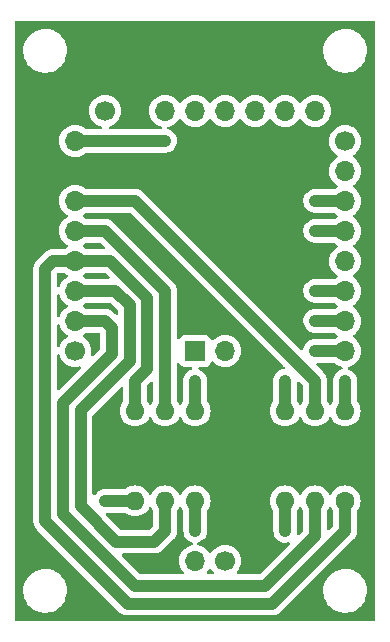
<source format=gbr>
%TF.GenerationSoftware,KiCad,Pcbnew,7.0.8*%
%TF.CreationDate,2023-10-26T02:27:46+02:00*%
%TF.ProjectId,chessbot,63686573-7362-46f7-942e-6b696361645f,rev?*%
%TF.SameCoordinates,Original*%
%TF.FileFunction,Copper,L2,Bot*%
%TF.FilePolarity,Positive*%
%FSLAX46Y46*%
G04 Gerber Fmt 4.6, Leading zero omitted, Abs format (unit mm)*
G04 Created by KiCad (PCBNEW 7.0.8) date 2023-10-26 02:27:46*
%MOMM*%
%LPD*%
G01*
G04 APERTURE LIST*
%TA.AperFunction,ComponentPad*%
%ADD10C,1.600000*%
%TD*%
%TA.AperFunction,ComponentPad*%
%ADD11O,1.600000X1.600000*%
%TD*%
%TA.AperFunction,ComponentPad*%
%ADD12C,1.700000*%
%TD*%
%TA.AperFunction,ComponentPad*%
%ADD13O,1.700000X1.700000*%
%TD*%
%TA.AperFunction,ComponentPad*%
%ADD14R,1.700000X1.700000*%
%TD*%
%TA.AperFunction,ViaPad*%
%ADD15C,0.800000*%
%TD*%
%TA.AperFunction,Conductor*%
%ADD16C,1.000000*%
%TD*%
G04 APERTURE END LIST*
D10*
%TO.P,L293D1,1,EN1\u002C2*%
%TO.N,Net-(Conn_ESP2-Pin_4)*%
X40640000Y-53340000D03*
D11*
%TO.P,L293D1,2,1A*%
%TO.N,Net-(Conn_ESP2-Pin_2)*%
X38100000Y-53340000D03*
%TO.P,L293D1,3,1Y*%
%TO.N,Net-(L293D1-1Y)*%
X35560000Y-53340000D03*
%TO.P,L293D1,4,GND*%
%TO.N,GND*%
X33020000Y-53340000D03*
%TO.P,L293D1,5,GND*%
X30480000Y-53340000D03*
%TO.P,L293D1,6,2Y*%
%TO.N,Net-(L293D1-2Y)*%
X27940000Y-53340000D03*
%TO.P,L293D1,7,2A*%
%TO.N,Net-(Conn_ESP2-Pin_3)*%
X25400000Y-53340000D03*
%TO.P,L293D1,8,VCC2*%
%TO.N,Net-(BT-M1-+)*%
X22860000Y-53340000D03*
%TO.P,L293D1,9,EN3\u002C4*%
%TO.N,Net-(Conn_ESP2-Pin_4)*%
X22860000Y-45720000D03*
%TO.P,L293D1,10,3A*%
%TO.N,Net-(Conn_ESP2-Pin_5)*%
X25400000Y-45720000D03*
%TO.P,L293D1,11,3Y*%
%TO.N,Net-(L293D1-3Y)*%
X27940000Y-45720000D03*
%TO.P,L293D1,12,GND*%
%TO.N,GND*%
X30480000Y-45720000D03*
%TO.P,L293D1,13,GND*%
X33020000Y-45720000D03*
%TO.P,L293D1,14,4Y*%
%TO.N,Net-(L293D1-4Y)*%
X35560000Y-45720000D03*
%TO.P,L293D1,15,4A*%
%TO.N,Net-(Conn_ESP2-Pin_6)*%
X38100000Y-45720000D03*
%TO.P,L293D1,16,VCC1*%
%TO.N,Net-(BT-ESP1-+)*%
X40640000Y-45720000D03*
%TD*%
D12*
%TO.P,VCC_Flash1,1,Pin_1*%
%TO.N,Net-(BT-M1-+)*%
X20320000Y-20320000D03*
D13*
%TO.P,VCC_Flash1,2,Pin_2*%
%TO.N,GND*%
X22860000Y-20320000D03*
%TO.P,VCC_Flash1,3,Pin_3*%
%TO.N,Net-(BT-ESP1-+)*%
X25400000Y-20320000D03*
%TO.P,VCC_Flash1,4,Pin_4*%
%TO.N,Net-(Conn_ESP1-Pin_8)*%
X27940000Y-20320000D03*
%TO.P,VCC_Flash1,5,Pin_5*%
%TO.N,Net-(Conn_ESP1-Pin_7)*%
X30480000Y-20320000D03*
%TO.P,VCC_Flash1,6,Pin_6*%
%TO.N,Net-(Conn_ESP1-Pin_6)*%
X33020000Y-20320000D03*
%TO.P,VCC_Flash1,7,Pin_7*%
%TO.N,Net-(Conn_ESP1-Pin_4)*%
X35560000Y-20320000D03*
%TO.P,VCC_Flash1,8,Pin_8*%
%TO.N,Net-(Conn_ESP1-Pin_3)*%
X38100000Y-20320000D03*
%TD*%
D12*
%TO.P,Conn_ESP1,1,Pin_1*%
%TO.N,unconnected-(Conn_ESP1-Pin_1-Pad1)*%
X40640000Y-22890000D03*
D13*
%TO.P,Conn_ESP1,2,Pin_2*%
%TO.N,unconnected-(Conn_ESP1-Pin_2-Pad2)*%
X40640000Y-25430000D03*
%TO.P,Conn_ESP1,3,Pin_3*%
%TO.N,Net-(Conn_ESP1-Pin_3)*%
X40640000Y-27970000D03*
%TO.P,Conn_ESP1,4,Pin_4*%
%TO.N,Net-(Conn_ESP1-Pin_4)*%
X40640000Y-30510000D03*
%TO.P,Conn_ESP1,5,Pin_5*%
%TO.N,unconnected-(Conn_ESP1-Pin_5-Pad5)*%
X40640000Y-33050000D03*
%TO.P,Conn_ESP1,6,Pin_6*%
%TO.N,Net-(Conn_ESP1-Pin_6)*%
X40640000Y-35590000D03*
%TO.P,Conn_ESP1,7,Pin_7*%
%TO.N,Net-(Conn_ESP1-Pin_7)*%
X40640000Y-38130000D03*
%TO.P,Conn_ESP1,8,Pin_8*%
%TO.N,Net-(Conn_ESP1-Pin_8)*%
X40640000Y-40670000D03*
%TD*%
D12*
%TO.P,Conn_ESP2,1,Pin_1*%
%TO.N,unconnected-(Conn_ESP2-Pin_1-Pad1)*%
X17780000Y-40640000D03*
D13*
%TO.P,Conn_ESP2,2,Pin_2*%
%TO.N,Net-(Conn_ESP2-Pin_2)*%
X17780000Y-38100000D03*
%TO.P,Conn_ESP2,3,Pin_3*%
%TO.N,Net-(Conn_ESP2-Pin_3)*%
X17780000Y-35560000D03*
%TO.P,Conn_ESP2,4,Pin_4*%
%TO.N,Net-(Conn_ESP2-Pin_4)*%
X17780000Y-33020000D03*
%TO.P,Conn_ESP2,5,Pin_5*%
%TO.N,Net-(Conn_ESP2-Pin_5)*%
X17780000Y-30480000D03*
%TO.P,Conn_ESP2,6,Pin_6*%
%TO.N,Net-(Conn_ESP2-Pin_6)*%
X17780000Y-27940000D03*
%TO.P,Conn_ESP2,7,Pin_7*%
%TO.N,GND*%
X17780000Y-25400000D03*
%TO.P,Conn_ESP2,8,Pin_8*%
%TO.N,Net-(BT-ESP1-+)*%
X17780000Y-22860000D03*
%TD*%
D14*
%TO.P,M2,1,Pin_1*%
%TO.N,Net-(L293D1-3Y)*%
X27940000Y-40640000D03*
D13*
%TO.P,M2,2,Pin_2*%
%TO.N,Net-(L293D1-4Y)*%
X30480000Y-40640000D03*
%TD*%
D12*
%TO.P,M1,1,Pin_1*%
%TO.N,Net-(L293D1-1Y)*%
X30480000Y-58420000D03*
D13*
%TO.P,M1,2,Pin_2*%
%TO.N,Net-(L293D1-2Y)*%
X27940000Y-58420000D03*
%TD*%
D15*
%TO.N,Net-(BT-ESP1-+)*%
X25400000Y-22860000D03*
%TO.N,Net-(BT-M1-+)*%
X20320000Y-53340000D03*
%TO.N,Net-(Conn_ESP1-Pin_3)*%
X38100000Y-27940000D03*
%TO.N,Net-(Conn_ESP1-Pin_4)*%
X38100000Y-30480000D03*
%TO.N,Net-(Conn_ESP1-Pin_6)*%
X38100000Y-35560000D03*
%TO.N,Net-(Conn_ESP1-Pin_7)*%
X38100000Y-38100000D03*
%TO.N,Net-(Conn_ESP1-Pin_8)*%
X38100000Y-40640000D03*
%TO.N,Net-(BT-ESP1-+)*%
X40640000Y-43180000D03*
%TO.N,Net-(L293D1-4Y)*%
X35560000Y-43180000D03*
%TO.N,Net-(L293D1-1Y)*%
X35560000Y-55880000D03*
%TO.N,Net-(L293D1-2Y)*%
X27940000Y-55880000D03*
%TO.N,Net-(L293D1-3Y)*%
X27940000Y-43180000D03*
%TD*%
D16*
%TO.N,Net-(Conn_ESP2-Pin_3)*%
X21157360Y-35560000D02*
X17780000Y-35560000D01*
X22400000Y-36802640D02*
X21157360Y-35560000D01*
X18240000Y-53800000D02*
X18240000Y-45677855D01*
X21235558Y-56795558D02*
X18240000Y-53800000D01*
X24484442Y-56795558D02*
X21235558Y-56795558D01*
X22400000Y-41517855D02*
X22400000Y-36802640D01*
X18240000Y-45677855D02*
X22400000Y-41517855D01*
X25400000Y-55880000D02*
X24484442Y-56795558D01*
X25400000Y-53340000D02*
X25400000Y-55880000D01*
%TO.N,Net-(Conn_ESP2-Pin_2)*%
X38100000Y-56298680D02*
X38100000Y-53340000D01*
X22860000Y-60541320D02*
X33857360Y-60541320D01*
X16740000Y-54421320D02*
X22860000Y-60541320D01*
X20900000Y-40896535D02*
X16740000Y-45056535D01*
X33857360Y-60541320D02*
X38100000Y-56298680D01*
X16740000Y-45056535D02*
X16740000Y-54421320D01*
X20900000Y-38680000D02*
X20900000Y-40896535D01*
X20320000Y-38100000D02*
X20900000Y-38680000D01*
X17780000Y-38100000D02*
X20320000Y-38100000D01*
%TO.N,Net-(Conn_ESP2-Pin_4)*%
X22860000Y-45720000D02*
X22860000Y-43180000D01*
X22860000Y-43180000D02*
X23900000Y-42140000D01*
X23900000Y-42140000D02*
X23900000Y-36181320D01*
X23900000Y-36181320D02*
X20738680Y-33020000D01*
X20738680Y-33020000D02*
X17780000Y-33020000D01*
%TO.N,Net-(Conn_ESP2-Pin_6)*%
X17780000Y-27940000D02*
X22860000Y-27940000D01*
X22860000Y-27940000D02*
X38100000Y-43180000D01*
X38100000Y-43180000D02*
X38100000Y-45720000D01*
%TO.N,Net-(Conn_ESP2-Pin_4)*%
X17780000Y-33020000D02*
X15902718Y-33020000D01*
X15902718Y-33020000D02*
X15240000Y-33682718D01*
X15240000Y-33682718D02*
X15240000Y-55042640D01*
X15240000Y-55042640D02*
X22238680Y-62041320D01*
X22238680Y-62041320D02*
X34478680Y-62041320D01*
X34478680Y-62041320D02*
X40640000Y-55880000D01*
X40640000Y-55880000D02*
X40640000Y-53340000D01*
%TO.N,Net-(BT-M1-+)*%
X22860000Y-53340000D02*
X20320000Y-53340000D01*
%TO.N,Net-(Conn_ESP2-Pin_5)*%
X25400000Y-45720000D02*
X25400000Y-35560000D01*
X25400000Y-35560000D02*
X20320000Y-30480000D01*
X20320000Y-30480000D02*
X17780000Y-30480000D01*
%TO.N,Net-(BT-ESP1-+)*%
X17780000Y-22860000D02*
X25400000Y-22860000D01*
X40640000Y-45720000D02*
X40640000Y-43180000D01*
%TO.N,Net-(Conn_ESP1-Pin_3)*%
X40640000Y-27970000D02*
X38100000Y-27940000D01*
%TO.N,Net-(Conn_ESP1-Pin_4)*%
X40640000Y-30510000D02*
X38100000Y-30480000D01*
%TO.N,Net-(Conn_ESP1-Pin_6)*%
X40640000Y-35590000D02*
X38100000Y-35560000D01*
%TO.N,Net-(Conn_ESP1-Pin_7)*%
X38130000Y-38130000D02*
X38100000Y-38100000D01*
X40640000Y-38130000D02*
X38130000Y-38130000D01*
%TO.N,Net-(Conn_ESP1-Pin_8)*%
X38130000Y-40670000D02*
X38100000Y-40640000D01*
X40640000Y-40670000D02*
X38130000Y-40670000D01*
%TO.N,Net-(L293D1-3Y)*%
X27940000Y-45720000D02*
X27940000Y-43180000D01*
%TO.N,Net-(L293D1-4Y)*%
X35560000Y-45720000D02*
X35560000Y-43180000D01*
%TO.N,Net-(L293D1-1Y)*%
X35560000Y-53340000D02*
X35560000Y-55880000D01*
%TO.N,Net-(L293D1-2Y)*%
X27940000Y-53340000D02*
X27940000Y-55880000D01*
%TD*%
%TA.AperFunction,Conductor*%
%TO.N,GND*%
G36*
X43123039Y-12719685D02*
G01*
X43168794Y-12772489D01*
X43180000Y-12824000D01*
X43180000Y-63376000D01*
X43160315Y-63443039D01*
X43107511Y-63488794D01*
X43056000Y-63500000D01*
X12824000Y-63500000D01*
X12756961Y-63480315D01*
X12711206Y-63427511D01*
X12700000Y-63376000D01*
X12700000Y-61027763D01*
X13385787Y-61027763D01*
X13415413Y-61297013D01*
X13415415Y-61297024D01*
X13483926Y-61559082D01*
X13483928Y-61559088D01*
X13589870Y-61808390D01*
X13661998Y-61926575D01*
X13730979Y-62039605D01*
X13730986Y-62039615D01*
X13904253Y-62247819D01*
X13904259Y-62247824D01*
X14105998Y-62428582D01*
X14331910Y-62578044D01*
X14577176Y-62693020D01*
X14577183Y-62693022D01*
X14577185Y-62693023D01*
X14836557Y-62771057D01*
X14836564Y-62771058D01*
X14836569Y-62771060D01*
X15104561Y-62810500D01*
X15104566Y-62810500D01*
X15307636Y-62810500D01*
X15359133Y-62806730D01*
X15510156Y-62795677D01*
X15622758Y-62770593D01*
X15774546Y-62736782D01*
X15774548Y-62736781D01*
X15774553Y-62736780D01*
X16027558Y-62640014D01*
X16263777Y-62507441D01*
X16478177Y-62341888D01*
X16666186Y-62146881D01*
X16823799Y-61926579D01*
X16897787Y-61782669D01*
X16947649Y-61685690D01*
X16947651Y-61685684D01*
X16947656Y-61685675D01*
X17035118Y-61429305D01*
X17084319Y-61162933D01*
X17094212Y-60892235D01*
X17064586Y-60622982D01*
X16996072Y-60360912D01*
X16890130Y-60111610D01*
X16749018Y-59880390D01*
X16659747Y-59773119D01*
X16575746Y-59672180D01*
X16575740Y-59672175D01*
X16374002Y-59491418D01*
X16148092Y-59341957D01*
X16148090Y-59341956D01*
X15902824Y-59226980D01*
X15902819Y-59226978D01*
X15902814Y-59226976D01*
X15643442Y-59148942D01*
X15643428Y-59148939D01*
X15527791Y-59131921D01*
X15375439Y-59109500D01*
X15172369Y-59109500D01*
X15172364Y-59109500D01*
X14969844Y-59124323D01*
X14969831Y-59124325D01*
X14705453Y-59183217D01*
X14705446Y-59183220D01*
X14452439Y-59279987D01*
X14216226Y-59412557D01*
X14001822Y-59578112D01*
X13813822Y-59773109D01*
X13813816Y-59773116D01*
X13656202Y-59993419D01*
X13656199Y-59993424D01*
X13532350Y-60234309D01*
X13532343Y-60234327D01*
X13444884Y-60490685D01*
X13444881Y-60490699D01*
X13395681Y-60757068D01*
X13395680Y-60757075D01*
X13385787Y-61027763D01*
X12700000Y-61027763D01*
X12700000Y-33708192D01*
X14234662Y-33708192D01*
X14236707Y-33724245D01*
X14239003Y-33742278D01*
X14239500Y-33750106D01*
X14239500Y-55029923D01*
X14237243Y-55119002D01*
X14237243Y-55119010D01*
X14248064Y-55179379D01*
X14248718Y-55184044D01*
X14254925Y-55245070D01*
X14254927Y-55245084D01*
X14265208Y-55277853D01*
X14267079Y-55285477D01*
X14273142Y-55319292D01*
X14273142Y-55319295D01*
X14295894Y-55376252D01*
X14297474Y-55380691D01*
X14315841Y-55439228D01*
X14315844Y-55439235D01*
X14332509Y-55469259D01*
X14335879Y-55476354D01*
X14348622Y-55508254D01*
X14348627Y-55508264D01*
X14382377Y-55559473D01*
X14384818Y-55563503D01*
X14414588Y-55617138D01*
X14414589Y-55617139D01*
X14414591Y-55617142D01*
X14436968Y-55643207D01*
X14441693Y-55649475D01*
X14454263Y-55668546D01*
X14460598Y-55678159D01*
X14503978Y-55721539D01*
X14507169Y-55724983D01*
X14547131Y-55771532D01*
X14547130Y-55771532D01*
X14574299Y-55792563D01*
X14580186Y-55797747D01*
X21522227Y-62739787D01*
X21583621Y-62804373D01*
X21583624Y-62804375D01*
X21583627Y-62804378D01*
X21617733Y-62828115D01*
X21633983Y-62839426D01*
X21637724Y-62842246D01*
X21685273Y-62881018D01*
X21715725Y-62896924D01*
X21722436Y-62900991D01*
X21750631Y-62920615D01*
X21807012Y-62944810D01*
X21811247Y-62946821D01*
X21865631Y-62975229D01*
X21898653Y-62984676D01*
X21906045Y-62987309D01*
X21937620Y-63000859D01*
X21937621Y-63000860D01*
X21950734Y-63003554D01*
X21997735Y-63013212D01*
X22002275Y-63014326D01*
X22061262Y-63031206D01*
X22095521Y-63033814D01*
X22103289Y-63034905D01*
X22136935Y-63041820D01*
X22136939Y-63041820D01*
X22198281Y-63041820D01*
X22202988Y-63041998D01*
X22230277Y-63044077D01*
X22264155Y-63046657D01*
X22264155Y-63046656D01*
X22264156Y-63046657D01*
X22298239Y-63042316D01*
X22306069Y-63041820D01*
X34465964Y-63041820D01*
X34555038Y-63044077D01*
X34555038Y-63044076D01*
X34555043Y-63044077D01*
X34615433Y-63033252D01*
X34620092Y-63032600D01*
X34662287Y-63028308D01*
X34681118Y-63026394D01*
X34713907Y-63016106D01*
X34721520Y-63014238D01*
X34755333Y-63008178D01*
X34812301Y-62985421D01*
X34816733Y-62983844D01*
X34875268Y-62965479D01*
X34905307Y-62948804D01*
X34912388Y-62945442D01*
X34944297Y-62932697D01*
X34995534Y-62898928D01*
X34999531Y-62896507D01*
X35053182Y-62866729D01*
X35079248Y-62844350D01*
X35085523Y-62839620D01*
X35085825Y-62839421D01*
X35114199Y-62820722D01*
X35157597Y-62777322D01*
X35161016Y-62774154D01*
X35207575Y-62734186D01*
X35228611Y-62707008D01*
X35233781Y-62701138D01*
X36907156Y-61027763D01*
X38785787Y-61027763D01*
X38815413Y-61297013D01*
X38815415Y-61297024D01*
X38883926Y-61559082D01*
X38883928Y-61559088D01*
X38989870Y-61808390D01*
X39061998Y-61926575D01*
X39130979Y-62039605D01*
X39130986Y-62039615D01*
X39304253Y-62247819D01*
X39304259Y-62247824D01*
X39505998Y-62428582D01*
X39731910Y-62578044D01*
X39977176Y-62693020D01*
X39977183Y-62693022D01*
X39977185Y-62693023D01*
X40236557Y-62771057D01*
X40236564Y-62771058D01*
X40236569Y-62771060D01*
X40504561Y-62810500D01*
X40504566Y-62810500D01*
X40707636Y-62810500D01*
X40759133Y-62806730D01*
X40910156Y-62795677D01*
X41022758Y-62770593D01*
X41174546Y-62736782D01*
X41174548Y-62736781D01*
X41174553Y-62736780D01*
X41427558Y-62640014D01*
X41663777Y-62507441D01*
X41878177Y-62341888D01*
X42066186Y-62146881D01*
X42223799Y-61926579D01*
X42297787Y-61782669D01*
X42347649Y-61685690D01*
X42347651Y-61685684D01*
X42347656Y-61685675D01*
X42435118Y-61429305D01*
X42484319Y-61162933D01*
X42494212Y-60892235D01*
X42464586Y-60622982D01*
X42396072Y-60360912D01*
X42290130Y-60111610D01*
X42149018Y-59880390D01*
X42059747Y-59773119D01*
X41975746Y-59672180D01*
X41975740Y-59672175D01*
X41774002Y-59491418D01*
X41548092Y-59341957D01*
X41548090Y-59341956D01*
X41302824Y-59226980D01*
X41302819Y-59226978D01*
X41302814Y-59226976D01*
X41043442Y-59148942D01*
X41043428Y-59148939D01*
X40927791Y-59131921D01*
X40775439Y-59109500D01*
X40572369Y-59109500D01*
X40572364Y-59109500D01*
X40369844Y-59124323D01*
X40369831Y-59124325D01*
X40105453Y-59183217D01*
X40105446Y-59183220D01*
X39852439Y-59279987D01*
X39616226Y-59412557D01*
X39401822Y-59578112D01*
X39213822Y-59773109D01*
X39213816Y-59773116D01*
X39056202Y-59993419D01*
X39056199Y-59993424D01*
X38932350Y-60234309D01*
X38932343Y-60234327D01*
X38844884Y-60490685D01*
X38844881Y-60490699D01*
X38795681Y-60757068D01*
X38795680Y-60757075D01*
X38785787Y-61027763D01*
X36907156Y-61027763D01*
X41338487Y-56596433D01*
X41403053Y-56535059D01*
X41438097Y-56484709D01*
X41440924Y-56480957D01*
X41479698Y-56433407D01*
X41495607Y-56402948D01*
X41499667Y-56396248D01*
X41519295Y-56368049D01*
X41543492Y-56311660D01*
X41545498Y-56307435D01*
X41573909Y-56253049D01*
X41583357Y-56220022D01*
X41585991Y-56212628D01*
X41599540Y-56181058D01*
X41611895Y-56120930D01*
X41612999Y-56116429D01*
X41629886Y-56057418D01*
X41632494Y-56023157D01*
X41633585Y-56015389D01*
X41640500Y-55981743D01*
X41640500Y-55920398D01*
X41640679Y-55915688D01*
X41645337Y-55854524D01*
X41641753Y-55826383D01*
X41640997Y-55820442D01*
X41640500Y-55812603D01*
X41640500Y-54217588D01*
X41660185Y-54150549D01*
X41662925Y-54146465D01*
X41770568Y-53992734D01*
X41866739Y-53786496D01*
X41925635Y-53566692D01*
X41945468Y-53340000D01*
X41925635Y-53113308D01*
X41866739Y-52893504D01*
X41770568Y-52687266D01*
X41672839Y-52547693D01*
X41640045Y-52500858D01*
X41479141Y-52339954D01*
X41292734Y-52209432D01*
X41292732Y-52209431D01*
X41086497Y-52113261D01*
X41086488Y-52113258D01*
X40866697Y-52054366D01*
X40866693Y-52054365D01*
X40866692Y-52054365D01*
X40866691Y-52054364D01*
X40866686Y-52054364D01*
X40640002Y-52034532D01*
X40639998Y-52034532D01*
X40413313Y-52054364D01*
X40413302Y-52054366D01*
X40193511Y-52113258D01*
X40193502Y-52113261D01*
X39987267Y-52209431D01*
X39987265Y-52209432D01*
X39800858Y-52339954D01*
X39639954Y-52500858D01*
X39509432Y-52687265D01*
X39509431Y-52687267D01*
X39482382Y-52745275D01*
X39436209Y-52797714D01*
X39369016Y-52816866D01*
X39302135Y-52796650D01*
X39257618Y-52745275D01*
X39230568Y-52687267D01*
X39230567Y-52687265D01*
X39202467Y-52647134D01*
X39132839Y-52547693D01*
X39100045Y-52500858D01*
X38939141Y-52339954D01*
X38752734Y-52209432D01*
X38752732Y-52209431D01*
X38546497Y-52113261D01*
X38546488Y-52113258D01*
X38326697Y-52054366D01*
X38326693Y-52054365D01*
X38326692Y-52054365D01*
X38326691Y-52054364D01*
X38326686Y-52054364D01*
X38100002Y-52034532D01*
X38099998Y-52034532D01*
X37873313Y-52054364D01*
X37873302Y-52054366D01*
X37653511Y-52113258D01*
X37653502Y-52113261D01*
X37447267Y-52209431D01*
X37447265Y-52209432D01*
X37260858Y-52339954D01*
X37099954Y-52500858D01*
X36969432Y-52687265D01*
X36969431Y-52687267D01*
X36942382Y-52745275D01*
X36896209Y-52797714D01*
X36829016Y-52816866D01*
X36762135Y-52796650D01*
X36717618Y-52745275D01*
X36690568Y-52687267D01*
X36690567Y-52687265D01*
X36662467Y-52647134D01*
X36592839Y-52547693D01*
X36560045Y-52500858D01*
X36399141Y-52339954D01*
X36212734Y-52209432D01*
X36212732Y-52209431D01*
X36006497Y-52113261D01*
X36006488Y-52113258D01*
X35786697Y-52054366D01*
X35786693Y-52054365D01*
X35786692Y-52054365D01*
X35786691Y-52054364D01*
X35786686Y-52054364D01*
X35560002Y-52034532D01*
X35559998Y-52034532D01*
X35333313Y-52054364D01*
X35333302Y-52054366D01*
X35113511Y-52113258D01*
X35113502Y-52113261D01*
X34907267Y-52209431D01*
X34907265Y-52209432D01*
X34720858Y-52339954D01*
X34559954Y-52500858D01*
X34429432Y-52687265D01*
X34429431Y-52687267D01*
X34333261Y-52893502D01*
X34333258Y-52893511D01*
X34274366Y-53113302D01*
X34274364Y-53113313D01*
X34254532Y-53339998D01*
X34254532Y-53340001D01*
X34274364Y-53566686D01*
X34274366Y-53566697D01*
X34333258Y-53786488D01*
X34333261Y-53786497D01*
X34429431Y-53992732D01*
X34429432Y-53992734D01*
X34537075Y-54146465D01*
X34559402Y-54212671D01*
X34559500Y-54217588D01*
X34559500Y-55930743D01*
X34574925Y-56082439D01*
X34635837Y-56276579D01*
X34635844Y-56276594D01*
X34734589Y-56454499D01*
X34734592Y-56454504D01*
X34867132Y-56608893D01*
X34867134Y-56608895D01*
X35028037Y-56733445D01*
X35028038Y-56733445D01*
X35028042Y-56733448D01*
X35210729Y-56823060D01*
X35407715Y-56874063D01*
X35610936Y-56884369D01*
X35812071Y-56853556D01*
X35812073Y-56853554D01*
X35813751Y-56853298D01*
X35882998Y-56862604D01*
X35936221Y-56907870D01*
X35956523Y-56974725D01*
X35937457Y-57041943D01*
X35920209Y-57063549D01*
X33479259Y-59504501D01*
X33417936Y-59537986D01*
X33391578Y-59540820D01*
X31568438Y-59540820D01*
X31501399Y-59521135D01*
X31455644Y-59468331D01*
X31445700Y-59399173D01*
X31474725Y-59335617D01*
X31480757Y-59329139D01*
X31518495Y-59291401D01*
X31654035Y-59097830D01*
X31753903Y-58883663D01*
X31815063Y-58655408D01*
X31835659Y-58420000D01*
X31815063Y-58184592D01*
X31753903Y-57956337D01*
X31654035Y-57742171D01*
X31648425Y-57734158D01*
X31518494Y-57548597D01*
X31351402Y-57381506D01*
X31351395Y-57381501D01*
X31157834Y-57245967D01*
X31157830Y-57245965D01*
X31157828Y-57245964D01*
X30943663Y-57146097D01*
X30943659Y-57146096D01*
X30943655Y-57146094D01*
X30715413Y-57084938D01*
X30715403Y-57084936D01*
X30480001Y-57064341D01*
X30479999Y-57064341D01*
X30244596Y-57084936D01*
X30244586Y-57084938D01*
X30016344Y-57146094D01*
X30016335Y-57146098D01*
X29802171Y-57245964D01*
X29802169Y-57245965D01*
X29608597Y-57381505D01*
X29441505Y-57548597D01*
X29311575Y-57734158D01*
X29256998Y-57777783D01*
X29187500Y-57784977D01*
X29125145Y-57753454D01*
X29108425Y-57734158D01*
X28978494Y-57548597D01*
X28811402Y-57381506D01*
X28811395Y-57381501D01*
X28617834Y-57245967D01*
X28617830Y-57245965D01*
X28617828Y-57245964D01*
X28403663Y-57146097D01*
X28403659Y-57146096D01*
X28403655Y-57146094D01*
X28198767Y-57091196D01*
X28139106Y-57054831D01*
X28108577Y-56991985D01*
X28116871Y-56922609D01*
X28161357Y-56868731D01*
X28187794Y-56855140D01*
X28274416Y-56823059D01*
X28382887Y-56782886D01*
X28555571Y-56675252D01*
X28703053Y-56535059D01*
X28819295Y-56368049D01*
X28899540Y-56181058D01*
X28940500Y-55981741D01*
X28940500Y-54217588D01*
X28960185Y-54150549D01*
X28962925Y-54146465D01*
X29070568Y-53992734D01*
X29166739Y-53786496D01*
X29225635Y-53566692D01*
X29245468Y-53340000D01*
X29225635Y-53113308D01*
X29166739Y-52893504D01*
X29070568Y-52687266D01*
X28972839Y-52547693D01*
X28940045Y-52500858D01*
X28779141Y-52339954D01*
X28592734Y-52209432D01*
X28592732Y-52209431D01*
X28386497Y-52113261D01*
X28386488Y-52113258D01*
X28166697Y-52054366D01*
X28166693Y-52054365D01*
X28166692Y-52054365D01*
X28166691Y-52054364D01*
X28166686Y-52054364D01*
X27940002Y-52034532D01*
X27939998Y-52034532D01*
X27713313Y-52054364D01*
X27713302Y-52054366D01*
X27493511Y-52113258D01*
X27493502Y-52113261D01*
X27287267Y-52209431D01*
X27287265Y-52209432D01*
X27100858Y-52339954D01*
X26939954Y-52500858D01*
X26809432Y-52687265D01*
X26809431Y-52687267D01*
X26782382Y-52745275D01*
X26736209Y-52797714D01*
X26669016Y-52816866D01*
X26602135Y-52796650D01*
X26557618Y-52745275D01*
X26530568Y-52687267D01*
X26530567Y-52687265D01*
X26502467Y-52647134D01*
X26432839Y-52547693D01*
X26400045Y-52500858D01*
X26239141Y-52339954D01*
X26052734Y-52209432D01*
X26052732Y-52209431D01*
X25846497Y-52113261D01*
X25846488Y-52113258D01*
X25626697Y-52054366D01*
X25626693Y-52054365D01*
X25626692Y-52054365D01*
X25626691Y-52054364D01*
X25626686Y-52054364D01*
X25400002Y-52034532D01*
X25399998Y-52034532D01*
X25173313Y-52054364D01*
X25173302Y-52054366D01*
X24953511Y-52113258D01*
X24953502Y-52113261D01*
X24747267Y-52209431D01*
X24747265Y-52209432D01*
X24560858Y-52339954D01*
X24399954Y-52500858D01*
X24269432Y-52687265D01*
X24269431Y-52687267D01*
X24242382Y-52745275D01*
X24196209Y-52797714D01*
X24129016Y-52816866D01*
X24062135Y-52796650D01*
X24017618Y-52745275D01*
X23990568Y-52687267D01*
X23990567Y-52687265D01*
X23962467Y-52647134D01*
X23892839Y-52547693D01*
X23860045Y-52500858D01*
X23699141Y-52339954D01*
X23512734Y-52209432D01*
X23512732Y-52209431D01*
X23306497Y-52113261D01*
X23306488Y-52113258D01*
X23086697Y-52054366D01*
X23086693Y-52054365D01*
X23086692Y-52054365D01*
X23086691Y-52054364D01*
X23086686Y-52054364D01*
X22860002Y-52034532D01*
X22859998Y-52034532D01*
X22633313Y-52054364D01*
X22633302Y-52054366D01*
X22413511Y-52113258D01*
X22413502Y-52113261D01*
X22207267Y-52209431D01*
X22207265Y-52209432D01*
X22053535Y-52317075D01*
X21987329Y-52339402D01*
X21982412Y-52339500D01*
X20269257Y-52339500D01*
X20117560Y-52354925D01*
X19923420Y-52415837D01*
X19923405Y-52415844D01*
X19745500Y-52514589D01*
X19745495Y-52514592D01*
X19591106Y-52647132D01*
X19591104Y-52647134D01*
X19462703Y-52813014D01*
X19460442Y-52811264D01*
X19417386Y-52849505D01*
X19348354Y-52860292D01*
X19284448Y-52832046D01*
X19245959Y-52773734D01*
X19240500Y-52737348D01*
X19240500Y-46143638D01*
X19260185Y-46076599D01*
X19276819Y-46055957D01*
X21647819Y-43684957D01*
X21709142Y-43651472D01*
X21778834Y-43656456D01*
X21834767Y-43698328D01*
X21859184Y-43763792D01*
X21859500Y-43772638D01*
X21859500Y-44842410D01*
X21839815Y-44909449D01*
X21837076Y-44913532D01*
X21729431Y-45067267D01*
X21633261Y-45273502D01*
X21633258Y-45273511D01*
X21574366Y-45493302D01*
X21574364Y-45493313D01*
X21554532Y-45719998D01*
X21554532Y-45720001D01*
X21574364Y-45946686D01*
X21574366Y-45946697D01*
X21633258Y-46166488D01*
X21633261Y-46166497D01*
X21729431Y-46372732D01*
X21729432Y-46372734D01*
X21859954Y-46559141D01*
X22020858Y-46720045D01*
X22020861Y-46720047D01*
X22207266Y-46850568D01*
X22413504Y-46946739D01*
X22633308Y-47005635D01*
X22795230Y-47019801D01*
X22859998Y-47025468D01*
X22860000Y-47025468D01*
X22860002Y-47025468D01*
X22916673Y-47020509D01*
X23086692Y-47005635D01*
X23306496Y-46946739D01*
X23512734Y-46850568D01*
X23699139Y-46720047D01*
X23860047Y-46559139D01*
X23990568Y-46372734D01*
X24017618Y-46314724D01*
X24063790Y-46262285D01*
X24130983Y-46243133D01*
X24197865Y-46263348D01*
X24242382Y-46314725D01*
X24269429Y-46372728D01*
X24269432Y-46372734D01*
X24399954Y-46559141D01*
X24560858Y-46720045D01*
X24560861Y-46720047D01*
X24747266Y-46850568D01*
X24953504Y-46946739D01*
X25173308Y-47005635D01*
X25335230Y-47019801D01*
X25399998Y-47025468D01*
X25400000Y-47025468D01*
X25400002Y-47025468D01*
X25456673Y-47020509D01*
X25626692Y-47005635D01*
X25846496Y-46946739D01*
X26052734Y-46850568D01*
X26239139Y-46720047D01*
X26400047Y-46559139D01*
X26530568Y-46372734D01*
X26557618Y-46314724D01*
X26603790Y-46262285D01*
X26670983Y-46243133D01*
X26737865Y-46263348D01*
X26782382Y-46314725D01*
X26809429Y-46372728D01*
X26809432Y-46372734D01*
X26939954Y-46559141D01*
X27100858Y-46720045D01*
X27100861Y-46720047D01*
X27287266Y-46850568D01*
X27493504Y-46946739D01*
X27713308Y-47005635D01*
X27875230Y-47019801D01*
X27939998Y-47025468D01*
X27940000Y-47025468D01*
X27940002Y-47025468D01*
X27996673Y-47020509D01*
X28166692Y-47005635D01*
X28386496Y-46946739D01*
X28592734Y-46850568D01*
X28779139Y-46720047D01*
X28940047Y-46559139D01*
X29070568Y-46372734D01*
X29166739Y-46166496D01*
X29225635Y-45946692D01*
X29245468Y-45720000D01*
X29225635Y-45493308D01*
X29166739Y-45273504D01*
X29070568Y-45067266D01*
X28962924Y-44913532D01*
X28940597Y-44847326D01*
X28940500Y-44842410D01*
X28940500Y-43129256D01*
X28925074Y-42977560D01*
X28864162Y-42783420D01*
X28864160Y-42783416D01*
X28864159Y-42783412D01*
X28765409Y-42605498D01*
X28765408Y-42605497D01*
X28765407Y-42605495D01*
X28632867Y-42451106D01*
X28632865Y-42451104D01*
X28471962Y-42326554D01*
X28471959Y-42326553D01*
X28471958Y-42326552D01*
X28289271Y-42236940D01*
X28289269Y-42236939D01*
X28289266Y-42236938D01*
X28289268Y-42236938D01*
X28280003Y-42234540D01*
X28220037Y-42198680D01*
X28188979Y-42136093D01*
X28196688Y-42066650D01*
X28240717Y-42012399D01*
X28307087Y-41990563D01*
X28311065Y-41990499D01*
X28837872Y-41990499D01*
X28897483Y-41984091D01*
X29032331Y-41933796D01*
X29147546Y-41847546D01*
X29233796Y-41732331D01*
X29282810Y-41600916D01*
X29324681Y-41544984D01*
X29390145Y-41520566D01*
X29458418Y-41535417D01*
X29486673Y-41556569D01*
X29608599Y-41678495D01*
X29705384Y-41746265D01*
X29802165Y-41814032D01*
X29802167Y-41814033D01*
X29802170Y-41814035D01*
X30016337Y-41913903D01*
X30244592Y-41975063D01*
X30421034Y-41990500D01*
X30479999Y-41995659D01*
X30480000Y-41995659D01*
X30480001Y-41995659D01*
X30538966Y-41990500D01*
X30715408Y-41975063D01*
X30943663Y-41913903D01*
X31157830Y-41814035D01*
X31351401Y-41678495D01*
X31518495Y-41511401D01*
X31654035Y-41317830D01*
X31753903Y-41103663D01*
X31815063Y-40875408D01*
X31835659Y-40640000D01*
X31815063Y-40404592D01*
X31753903Y-40176337D01*
X31654035Y-39962171D01*
X31561076Y-39829410D01*
X31518494Y-39768597D01*
X31351402Y-39601506D01*
X31351395Y-39601501D01*
X31157834Y-39465967D01*
X31157830Y-39465965D01*
X31157828Y-39465964D01*
X30943663Y-39366097D01*
X30943659Y-39366096D01*
X30943655Y-39366094D01*
X30715413Y-39304938D01*
X30715403Y-39304936D01*
X30480001Y-39284341D01*
X30479999Y-39284341D01*
X30244596Y-39304936D01*
X30244586Y-39304938D01*
X30016344Y-39366094D01*
X30016335Y-39366098D01*
X29802171Y-39465964D01*
X29802169Y-39465965D01*
X29608600Y-39601503D01*
X29486673Y-39723430D01*
X29425350Y-39756914D01*
X29355658Y-39751930D01*
X29299725Y-39710058D01*
X29282810Y-39679081D01*
X29233797Y-39547671D01*
X29233793Y-39547664D01*
X29147547Y-39432455D01*
X29147544Y-39432452D01*
X29032335Y-39346206D01*
X29032328Y-39346202D01*
X28897482Y-39295908D01*
X28897483Y-39295908D01*
X28837883Y-39289501D01*
X28837881Y-39289500D01*
X28837873Y-39289500D01*
X28837864Y-39289500D01*
X27042129Y-39289500D01*
X27042123Y-39289501D01*
X26982516Y-39295908D01*
X26847671Y-39346202D01*
X26847664Y-39346206D01*
X26732455Y-39432452D01*
X26732452Y-39432455D01*
X26646206Y-39547664D01*
X26646202Y-39547671D01*
X26640682Y-39562473D01*
X26598811Y-39618407D01*
X26533346Y-39642824D01*
X26465073Y-39627972D01*
X26415668Y-39578567D01*
X26400500Y-39519140D01*
X26400500Y-35572715D01*
X26402757Y-35483641D01*
X26402756Y-35483640D01*
X26402757Y-35483637D01*
X26391933Y-35423249D01*
X26391280Y-35418587D01*
X26385074Y-35357563D01*
X26384140Y-35354586D01*
X26374784Y-35324768D01*
X26372917Y-35317155D01*
X26366858Y-35283347D01*
X26366857Y-35283345D01*
X26344102Y-35226379D01*
X26342521Y-35221938D01*
X26340403Y-35215188D01*
X26324159Y-35163412D01*
X26324158Y-35163410D01*
X26324157Y-35163407D01*
X26307488Y-35133378D01*
X26304117Y-35126278D01*
X26291378Y-35094386D01*
X26291377Y-35094383D01*
X26257620Y-35043163D01*
X26255180Y-35039134D01*
X26243448Y-35017998D01*
X26225409Y-34985498D01*
X26225407Y-34985495D01*
X26203033Y-34959434D01*
X26198302Y-34953159D01*
X26179402Y-34924481D01*
X26136012Y-34881091D01*
X26132822Y-34877648D01*
X26092867Y-34831106D01*
X26092863Y-34831102D01*
X26065698Y-34810074D01*
X26059803Y-34804882D01*
X21036452Y-29781532D01*
X20975061Y-29716949D01*
X20975060Y-29716948D01*
X20975059Y-29716947D01*
X20947204Y-29697559D01*
X20924709Y-29681902D01*
X20920946Y-29679064D01*
X20873413Y-29640305D01*
X20873406Y-29640300D01*
X20842959Y-29624397D01*
X20836251Y-29620334D01*
X20808049Y-29600705D01*
X20808046Y-29600703D01*
X20808045Y-29600703D01*
X20808041Y-29600701D01*
X20751680Y-29576514D01*
X20747424Y-29574493D01*
X20693057Y-29546094D01*
X20693050Y-29546091D01*
X20693049Y-29546091D01*
X20687008Y-29544362D01*
X20660030Y-29536642D01*
X20652630Y-29534008D01*
X20621057Y-29520459D01*
X20621058Y-29520459D01*
X20560966Y-29508109D01*
X20556391Y-29506986D01*
X20497420Y-29490113D01*
X20497425Y-29490113D01*
X20463158Y-29487503D01*
X20455380Y-29486412D01*
X20421742Y-29479500D01*
X20421741Y-29479500D01*
X20360402Y-29479500D01*
X20355695Y-29479321D01*
X20350121Y-29478896D01*
X20294524Y-29474662D01*
X20274589Y-29477201D01*
X20260440Y-29479003D01*
X20252611Y-29479500D01*
X18740758Y-29479500D01*
X18673719Y-29459815D01*
X18653077Y-29443181D01*
X18651402Y-29441506D01*
X18651396Y-29441501D01*
X18465842Y-29311575D01*
X18422217Y-29256998D01*
X18415023Y-29187500D01*
X18446546Y-29125145D01*
X18465842Y-29108425D01*
X18608552Y-29008498D01*
X18651401Y-28978495D01*
X18653077Y-28976819D01*
X18653995Y-28976317D01*
X18655544Y-28975018D01*
X18655805Y-28975329D01*
X18714400Y-28943334D01*
X18740758Y-28940500D01*
X22394217Y-28940500D01*
X22461256Y-28960185D01*
X22481898Y-28976819D01*
X35484740Y-41979661D01*
X35518225Y-42040984D01*
X35513241Y-42110676D01*
X35471369Y-42166609D01*
X35415837Y-42189912D01*
X35307935Y-42206442D01*
X35307924Y-42206445D01*
X35117118Y-42277111D01*
X35117111Y-42277115D01*
X34944432Y-42384745D01*
X34944427Y-42384749D01*
X34796949Y-42524938D01*
X34796948Y-42524940D01*
X34680705Y-42691949D01*
X34600459Y-42878943D01*
X34559500Y-43078258D01*
X34559500Y-44842410D01*
X34539815Y-44909449D01*
X34537076Y-44913532D01*
X34429431Y-45067267D01*
X34333261Y-45273502D01*
X34333258Y-45273511D01*
X34274366Y-45493302D01*
X34274364Y-45493313D01*
X34254532Y-45719998D01*
X34254532Y-45720001D01*
X34274364Y-45946686D01*
X34274366Y-45946697D01*
X34333258Y-46166488D01*
X34333261Y-46166497D01*
X34429431Y-46372732D01*
X34429432Y-46372734D01*
X34559954Y-46559141D01*
X34720858Y-46720045D01*
X34720861Y-46720047D01*
X34907266Y-46850568D01*
X35113504Y-46946739D01*
X35333308Y-47005635D01*
X35495230Y-47019801D01*
X35559998Y-47025468D01*
X35560000Y-47025468D01*
X35560002Y-47025468D01*
X35616673Y-47020509D01*
X35786692Y-47005635D01*
X36006496Y-46946739D01*
X36212734Y-46850568D01*
X36399139Y-46720047D01*
X36560047Y-46559139D01*
X36690568Y-46372734D01*
X36717618Y-46314724D01*
X36763790Y-46262285D01*
X36830983Y-46243133D01*
X36897865Y-46263348D01*
X36942382Y-46314725D01*
X36969429Y-46372728D01*
X36969432Y-46372734D01*
X37099954Y-46559141D01*
X37260858Y-46720045D01*
X37260861Y-46720047D01*
X37447266Y-46850568D01*
X37653504Y-46946739D01*
X37873308Y-47005635D01*
X38035230Y-47019801D01*
X38099998Y-47025468D01*
X38100000Y-47025468D01*
X38100002Y-47025468D01*
X38156673Y-47020509D01*
X38326692Y-47005635D01*
X38546496Y-46946739D01*
X38752734Y-46850568D01*
X38939139Y-46720047D01*
X39100047Y-46559139D01*
X39230568Y-46372734D01*
X39257618Y-46314724D01*
X39303790Y-46262285D01*
X39370983Y-46243133D01*
X39437865Y-46263348D01*
X39482382Y-46314725D01*
X39509429Y-46372728D01*
X39509432Y-46372734D01*
X39639954Y-46559141D01*
X39800858Y-46720045D01*
X39800861Y-46720047D01*
X39987266Y-46850568D01*
X40193504Y-46946739D01*
X40413308Y-47005635D01*
X40575230Y-47019801D01*
X40639998Y-47025468D01*
X40640000Y-47025468D01*
X40640002Y-47025468D01*
X40696673Y-47020509D01*
X40866692Y-47005635D01*
X41086496Y-46946739D01*
X41292734Y-46850568D01*
X41479139Y-46720047D01*
X41640047Y-46559139D01*
X41770568Y-46372734D01*
X41866739Y-46166496D01*
X41925635Y-45946692D01*
X41945468Y-45720000D01*
X41925635Y-45493308D01*
X41866739Y-45273504D01*
X41770568Y-45067266D01*
X41662924Y-44913532D01*
X41640597Y-44847326D01*
X41640500Y-44842410D01*
X41640500Y-43129256D01*
X41625074Y-42977560D01*
X41564162Y-42783420D01*
X41564160Y-42783416D01*
X41564159Y-42783412D01*
X41465409Y-42605498D01*
X41465408Y-42605497D01*
X41465407Y-42605495D01*
X41332867Y-42451106D01*
X41332865Y-42451104D01*
X41171962Y-42326554D01*
X41171959Y-42326553D01*
X41171958Y-42326552D01*
X40989271Y-42236940D01*
X40989268Y-42236939D01*
X40946946Y-42225981D01*
X40886981Y-42190121D01*
X40855923Y-42127534D01*
X40863632Y-42058091D01*
X40907661Y-42003840D01*
X40945932Y-41986166D01*
X41103663Y-41943903D01*
X41317830Y-41844035D01*
X41511401Y-41708495D01*
X41678495Y-41541401D01*
X41814035Y-41347830D01*
X41913903Y-41133663D01*
X41975063Y-40905408D01*
X41995659Y-40670000D01*
X41975063Y-40434592D01*
X41913903Y-40206337D01*
X41814035Y-39992171D01*
X41793028Y-39962169D01*
X41678494Y-39798597D01*
X41511402Y-39631506D01*
X41511396Y-39631501D01*
X41325842Y-39501575D01*
X41282217Y-39446998D01*
X41275023Y-39377500D01*
X41306546Y-39315145D01*
X41325842Y-39298425D01*
X41368686Y-39268425D01*
X41511401Y-39168495D01*
X41678495Y-39001401D01*
X41814035Y-38807830D01*
X41913903Y-38593663D01*
X41975063Y-38365408D01*
X41995659Y-38130000D01*
X41975063Y-37894592D01*
X41913903Y-37666337D01*
X41814035Y-37452171D01*
X41793028Y-37422169D01*
X41678494Y-37258597D01*
X41511402Y-37091506D01*
X41511396Y-37091501D01*
X41325842Y-36961575D01*
X41282217Y-36906998D01*
X41275023Y-36837500D01*
X41306546Y-36775145D01*
X41325842Y-36758425D01*
X41368686Y-36728425D01*
X41511401Y-36628495D01*
X41678495Y-36461401D01*
X41814035Y-36267830D01*
X41913903Y-36053663D01*
X41975063Y-35825408D01*
X41995659Y-35590000D01*
X41975063Y-35354592D01*
X41913903Y-35126337D01*
X41814035Y-34912171D01*
X41793028Y-34882169D01*
X41678494Y-34718597D01*
X41511402Y-34551506D01*
X41511396Y-34551501D01*
X41325842Y-34421575D01*
X41282217Y-34366998D01*
X41275023Y-34297500D01*
X41306546Y-34235145D01*
X41325842Y-34218425D01*
X41425705Y-34148500D01*
X41511401Y-34088495D01*
X41678495Y-33921401D01*
X41814035Y-33727830D01*
X41913903Y-33513663D01*
X41975063Y-33285408D01*
X41995659Y-33050000D01*
X41993704Y-33027660D01*
X41975063Y-32814596D01*
X41975063Y-32814592D01*
X41913903Y-32586337D01*
X41814035Y-32372171D01*
X41782500Y-32327133D01*
X41678494Y-32178597D01*
X41511402Y-32011506D01*
X41511396Y-32011501D01*
X41325842Y-31881575D01*
X41282217Y-31826998D01*
X41275023Y-31757500D01*
X41306546Y-31695145D01*
X41325842Y-31678425D01*
X41368686Y-31648425D01*
X41511401Y-31548495D01*
X41678495Y-31381401D01*
X41814035Y-31187830D01*
X41913903Y-30973663D01*
X41975063Y-30745408D01*
X41995659Y-30510000D01*
X41975063Y-30274592D01*
X41913903Y-30046337D01*
X41814035Y-29832171D01*
X41793028Y-29802169D01*
X41678494Y-29638597D01*
X41511402Y-29471506D01*
X41511396Y-29471501D01*
X41325842Y-29341575D01*
X41282217Y-29286998D01*
X41275023Y-29217500D01*
X41306546Y-29155145D01*
X41325842Y-29138425D01*
X41368686Y-29108425D01*
X41511401Y-29008495D01*
X41678495Y-28841401D01*
X41814035Y-28647830D01*
X41913903Y-28433663D01*
X41975063Y-28205408D01*
X41995659Y-27970000D01*
X41975063Y-27734592D01*
X41913903Y-27506337D01*
X41814035Y-27292171D01*
X41793028Y-27262169D01*
X41678494Y-27098597D01*
X41511402Y-26931506D01*
X41511396Y-26931501D01*
X41325842Y-26801575D01*
X41282217Y-26746998D01*
X41275023Y-26677500D01*
X41306546Y-26615145D01*
X41325842Y-26598425D01*
X41348026Y-26582891D01*
X41511401Y-26468495D01*
X41678495Y-26301401D01*
X41814035Y-26107830D01*
X41913903Y-25893663D01*
X41975063Y-25665408D01*
X41995659Y-25430000D01*
X41975063Y-25194592D01*
X41913903Y-24966337D01*
X41814035Y-24752171D01*
X41678495Y-24558599D01*
X41678494Y-24558597D01*
X41511402Y-24391506D01*
X41511396Y-24391501D01*
X41325842Y-24261575D01*
X41282217Y-24206998D01*
X41275023Y-24137500D01*
X41306546Y-24075145D01*
X41325842Y-24058425D01*
X41360679Y-24034032D01*
X41511401Y-23928495D01*
X41678495Y-23761401D01*
X41814035Y-23567830D01*
X41913903Y-23353663D01*
X41975063Y-23125408D01*
X41995659Y-22890000D01*
X41975063Y-22654592D01*
X41913903Y-22426337D01*
X41814035Y-22212171D01*
X41793028Y-22182169D01*
X41678494Y-22018597D01*
X41511402Y-21851506D01*
X41511395Y-21851501D01*
X41317834Y-21715967D01*
X41317830Y-21715965D01*
X41253495Y-21685965D01*
X41103663Y-21616097D01*
X41103659Y-21616096D01*
X41103655Y-21616094D01*
X40875413Y-21554938D01*
X40875403Y-21554936D01*
X40640001Y-21534341D01*
X40639999Y-21534341D01*
X40404596Y-21554936D01*
X40404586Y-21554938D01*
X40176344Y-21616094D01*
X40176337Y-21616096D01*
X40176337Y-21616097D01*
X40162816Y-21622401D01*
X39962171Y-21715964D01*
X39962169Y-21715965D01*
X39768597Y-21851505D01*
X39601505Y-22018597D01*
X39465965Y-22212169D01*
X39465964Y-22212171D01*
X39366098Y-22426335D01*
X39366094Y-22426344D01*
X39304938Y-22654586D01*
X39304936Y-22654596D01*
X39284341Y-22889999D01*
X39284341Y-22890000D01*
X39304936Y-23125403D01*
X39304938Y-23125413D01*
X39366094Y-23353655D01*
X39366096Y-23353659D01*
X39366097Y-23353663D01*
X39451976Y-23537830D01*
X39465965Y-23567830D01*
X39465967Y-23567834D01*
X39548293Y-23685407D01*
X39580499Y-23731402D01*
X39601501Y-23761395D01*
X39601506Y-23761402D01*
X39768597Y-23928493D01*
X39768603Y-23928498D01*
X39954158Y-24058425D01*
X39997783Y-24113002D01*
X40004977Y-24182500D01*
X39973454Y-24244855D01*
X39954158Y-24261575D01*
X39768597Y-24391505D01*
X39601505Y-24558597D01*
X39465965Y-24752169D01*
X39465964Y-24752171D01*
X39366098Y-24966335D01*
X39366094Y-24966344D01*
X39304938Y-25194586D01*
X39304936Y-25194596D01*
X39284341Y-25429999D01*
X39284341Y-25430000D01*
X39304936Y-25665403D01*
X39304938Y-25665413D01*
X39366094Y-25893655D01*
X39366096Y-25893659D01*
X39366097Y-25893663D01*
X39465965Y-26107830D01*
X39465967Y-26107834D01*
X39601501Y-26301395D01*
X39601506Y-26301402D01*
X39768597Y-26468493D01*
X39768603Y-26468498D01*
X39954158Y-26598425D01*
X39997783Y-26653002D01*
X40004977Y-26722500D01*
X39973454Y-26784855D01*
X39954158Y-26801575D01*
X39764164Y-26934610D01*
X39762955Y-26932883D01*
X39707292Y-26957227D01*
X39690164Y-26958211D01*
X38230387Y-26940970D01*
X38061078Y-26938971D01*
X38061077Y-26938971D01*
X38061076Y-26938971D01*
X37909209Y-26952603D01*
X37909208Y-26952603D01*
X37714356Y-27011220D01*
X37714354Y-27011221D01*
X37535288Y-27107863D01*
X37535281Y-27107867D01*
X37379339Y-27238573D01*
X37252894Y-27397998D01*
X37161131Y-27579615D01*
X37161130Y-27579617D01*
X37107805Y-27775983D01*
X37095098Y-27979070D01*
X37123535Y-28180557D01*
X37191944Y-28372189D01*
X37191948Y-28372197D01*
X37297530Y-28546132D01*
X37297531Y-28546133D01*
X37297533Y-28546136D01*
X37435975Y-28695263D01*
X37435978Y-28695265D01*
X37435980Y-28695267D01*
X37601595Y-28813467D01*
X37601596Y-28813467D01*
X37601600Y-28813470D01*
X37787631Y-28895918D01*
X37986450Y-28939229D01*
X39669302Y-28959104D01*
X39736104Y-28979579D01*
X39755518Y-28995414D01*
X39768597Y-29008493D01*
X39768603Y-29008498D01*
X39954158Y-29138425D01*
X39997783Y-29193002D01*
X40004977Y-29262500D01*
X39973454Y-29324855D01*
X39954158Y-29341575D01*
X39764164Y-29474610D01*
X39762955Y-29472883D01*
X39707292Y-29497227D01*
X39690164Y-29498211D01*
X38230387Y-29480970D01*
X38061078Y-29478971D01*
X38061077Y-29478971D01*
X38061076Y-29478971D01*
X37909209Y-29492603D01*
X37909208Y-29492603D01*
X37714356Y-29551220D01*
X37714354Y-29551221D01*
X37535288Y-29647863D01*
X37535281Y-29647867D01*
X37379339Y-29778573D01*
X37252894Y-29937998D01*
X37161131Y-30119615D01*
X37161130Y-30119617D01*
X37107805Y-30315983D01*
X37095098Y-30519070D01*
X37123535Y-30720557D01*
X37191944Y-30912189D01*
X37191948Y-30912197D01*
X37297530Y-31086132D01*
X37297531Y-31086133D01*
X37297533Y-31086136D01*
X37435975Y-31235263D01*
X37435978Y-31235265D01*
X37435980Y-31235267D01*
X37601595Y-31353467D01*
X37601596Y-31353467D01*
X37601600Y-31353470D01*
X37787631Y-31435918D01*
X37986450Y-31479229D01*
X39669302Y-31499104D01*
X39736104Y-31519579D01*
X39755518Y-31535414D01*
X39768597Y-31548493D01*
X39768603Y-31548498D01*
X39954158Y-31678425D01*
X39997783Y-31733002D01*
X40004977Y-31802500D01*
X39973454Y-31864855D01*
X39954158Y-31881575D01*
X39768597Y-32011505D01*
X39601505Y-32178597D01*
X39465965Y-32372169D01*
X39465964Y-32372171D01*
X39366098Y-32586335D01*
X39366094Y-32586344D01*
X39304938Y-32814586D01*
X39304936Y-32814596D01*
X39284341Y-33049999D01*
X39284341Y-33050000D01*
X39304936Y-33285403D01*
X39304938Y-33285413D01*
X39366094Y-33513655D01*
X39366096Y-33513659D01*
X39366097Y-33513663D01*
X39456808Y-33708192D01*
X39465965Y-33727830D01*
X39465967Y-33727834D01*
X39601501Y-33921395D01*
X39601506Y-33921402D01*
X39768597Y-34088493D01*
X39768603Y-34088498D01*
X39954158Y-34218425D01*
X39997783Y-34273002D01*
X40004977Y-34342500D01*
X39973454Y-34404855D01*
X39954158Y-34421575D01*
X39764164Y-34554610D01*
X39762955Y-34552883D01*
X39707292Y-34577227D01*
X39690164Y-34578211D01*
X38230387Y-34560970D01*
X38061078Y-34558971D01*
X38061077Y-34558971D01*
X38061076Y-34558971D01*
X37909209Y-34572603D01*
X37909208Y-34572603D01*
X37714356Y-34631220D01*
X37714354Y-34631221D01*
X37535288Y-34727863D01*
X37535281Y-34727867D01*
X37379339Y-34858573D01*
X37252894Y-35017998D01*
X37161131Y-35199615D01*
X37161130Y-35199617D01*
X37107805Y-35395983D01*
X37095098Y-35599070D01*
X37123535Y-35800557D01*
X37191944Y-35992189D01*
X37191948Y-35992197D01*
X37297530Y-36166132D01*
X37297531Y-36166133D01*
X37297533Y-36166136D01*
X37435975Y-36315263D01*
X37435978Y-36315265D01*
X37435980Y-36315267D01*
X37601595Y-36433467D01*
X37601596Y-36433467D01*
X37601600Y-36433470D01*
X37787631Y-36515918D01*
X37986450Y-36559229D01*
X39669302Y-36579104D01*
X39736104Y-36599579D01*
X39755518Y-36615414D01*
X39768597Y-36628493D01*
X39768603Y-36628498D01*
X39954158Y-36758425D01*
X39997783Y-36813002D01*
X40004977Y-36882500D01*
X39973454Y-36944855D01*
X39954158Y-36961575D01*
X39768597Y-37091505D01*
X39766922Y-37093181D01*
X39766000Y-37093684D01*
X39764449Y-37094986D01*
X39764187Y-37094674D01*
X39705599Y-37126666D01*
X39679241Y-37129500D01*
X38362562Y-37129500D01*
X38328449Y-37124715D01*
X38313257Y-37120368D01*
X38277417Y-37110112D01*
X38074525Y-37094662D01*
X38074522Y-37094662D01*
X37872678Y-37120368D01*
X37872670Y-37120370D01*
X37680129Y-37186183D01*
X37680117Y-37186189D01*
X37504778Y-37289406D01*
X37504771Y-37289411D01*
X37353787Y-37425820D01*
X37353787Y-37425821D01*
X37233353Y-37589828D01*
X37233349Y-37589835D01*
X37148397Y-37774725D01*
X37148393Y-37774737D01*
X37102396Y-37972945D01*
X37097242Y-38176358D01*
X37133140Y-38376648D01*
X37133142Y-38376653D01*
X37207842Y-38563663D01*
X37208623Y-38565616D01*
X37208629Y-38565628D01*
X37320596Y-38735517D01*
X37320599Y-38735521D01*
X37392909Y-38807830D01*
X37413566Y-38828487D01*
X37474941Y-38893053D01*
X37474944Y-38893055D01*
X37474947Y-38893058D01*
X37525284Y-38928092D01*
X37529041Y-38930925D01*
X37576592Y-38969698D01*
X37607041Y-38985603D01*
X37613759Y-38989672D01*
X37641951Y-39009295D01*
X37641952Y-39009295D01*
X37641953Y-39009296D01*
X37641954Y-39009297D01*
X37666420Y-39019795D01*
X37698336Y-39033491D01*
X37702574Y-39035505D01*
X37756949Y-39063908D01*
X37756951Y-39063909D01*
X37789973Y-39073356D01*
X37797365Y-39075989D01*
X37828940Y-39089539D01*
X37828941Y-39089540D01*
X37842054Y-39092234D01*
X37889055Y-39101892D01*
X37893595Y-39103006D01*
X37952582Y-39119886D01*
X37986841Y-39122494D01*
X37994609Y-39123585D01*
X38028255Y-39130500D01*
X38028259Y-39130500D01*
X38089601Y-39130500D01*
X38094308Y-39130678D01*
X38130651Y-39133446D01*
X38155475Y-39135337D01*
X38155475Y-39135336D01*
X38155476Y-39135337D01*
X38189559Y-39130996D01*
X38197389Y-39130500D01*
X39679242Y-39130500D01*
X39746281Y-39150185D01*
X39766923Y-39166819D01*
X39768597Y-39168493D01*
X39768603Y-39168498D01*
X39954158Y-39298425D01*
X39997783Y-39353002D01*
X40004977Y-39422500D01*
X39973454Y-39484855D01*
X39954158Y-39501575D01*
X39768597Y-39631505D01*
X39766922Y-39633181D01*
X39766000Y-39633684D01*
X39764449Y-39634986D01*
X39764187Y-39634674D01*
X39705599Y-39666666D01*
X39679241Y-39669500D01*
X38362562Y-39669500D01*
X38328449Y-39664715D01*
X38313257Y-39660368D01*
X38277417Y-39650112D01*
X38074525Y-39634662D01*
X38074522Y-39634662D01*
X37872678Y-39660368D01*
X37872670Y-39660370D01*
X37680129Y-39726183D01*
X37680117Y-39726189D01*
X37504778Y-39829406D01*
X37504771Y-39829411D01*
X37353787Y-39965820D01*
X37353787Y-39965821D01*
X37233353Y-40129828D01*
X37233349Y-40129835D01*
X37148397Y-40314725D01*
X37148393Y-40314737D01*
X37104956Y-40501915D01*
X37070626Y-40562769D01*
X37008846Y-40595403D01*
X36939230Y-40589455D01*
X36896485Y-40561565D01*
X23576452Y-27241532D01*
X23515061Y-27176949D01*
X23515060Y-27176948D01*
X23515059Y-27176947D01*
X23487204Y-27157559D01*
X23464709Y-27141902D01*
X23460946Y-27139064D01*
X23413413Y-27100305D01*
X23413406Y-27100300D01*
X23382959Y-27084397D01*
X23376251Y-27080334D01*
X23348049Y-27060705D01*
X23348046Y-27060703D01*
X23348045Y-27060703D01*
X23348041Y-27060701D01*
X23291680Y-27036514D01*
X23287424Y-27034493D01*
X23233057Y-27006094D01*
X23233050Y-27006091D01*
X23233049Y-27006091D01*
X23227008Y-27004362D01*
X23200030Y-26996642D01*
X23192630Y-26994008D01*
X23161057Y-26980459D01*
X23161058Y-26980459D01*
X23100966Y-26968109D01*
X23096391Y-26966986D01*
X23037420Y-26950113D01*
X23037425Y-26950113D01*
X23003158Y-26947503D01*
X22995380Y-26946412D01*
X22961742Y-26939500D01*
X22961741Y-26939500D01*
X22900402Y-26939500D01*
X22895695Y-26939321D01*
X22890121Y-26938896D01*
X22834524Y-26934662D01*
X22814589Y-26937201D01*
X22800440Y-26939003D01*
X22792611Y-26939500D01*
X18740758Y-26939500D01*
X18673719Y-26919815D01*
X18653077Y-26903181D01*
X18651402Y-26901506D01*
X18651395Y-26901501D01*
X18457834Y-26765967D01*
X18457830Y-26765965D01*
X18364619Y-26722500D01*
X18243663Y-26666097D01*
X18243659Y-26666096D01*
X18243655Y-26666094D01*
X18015413Y-26604938D01*
X18015403Y-26604936D01*
X17780001Y-26584341D01*
X17779999Y-26584341D01*
X17544596Y-26604936D01*
X17544586Y-26604938D01*
X17316344Y-26666094D01*
X17316335Y-26666098D01*
X17102171Y-26765964D01*
X17102169Y-26765965D01*
X16908597Y-26901505D01*
X16741505Y-27068597D01*
X16605965Y-27262169D01*
X16605964Y-27262171D01*
X16506098Y-27476335D01*
X16506094Y-27476344D01*
X16444938Y-27704586D01*
X16444936Y-27704596D01*
X16424341Y-27939999D01*
X16424341Y-27940000D01*
X16444936Y-28175403D01*
X16444938Y-28175413D01*
X16506094Y-28403655D01*
X16506096Y-28403659D01*
X16506097Y-28403663D01*
X16605965Y-28617830D01*
X16605967Y-28617834D01*
X16741501Y-28811395D01*
X16741506Y-28811402D01*
X16908597Y-28978493D01*
X16908603Y-28978498D01*
X17094158Y-29108425D01*
X17137783Y-29163002D01*
X17144977Y-29232500D01*
X17113454Y-29294855D01*
X17094158Y-29311575D01*
X16908597Y-29441505D01*
X16741505Y-29608597D01*
X16605965Y-29802169D01*
X16605964Y-29802171D01*
X16506098Y-30016335D01*
X16506094Y-30016344D01*
X16444938Y-30244586D01*
X16444936Y-30244596D01*
X16424341Y-30479999D01*
X16424341Y-30480000D01*
X16444936Y-30715403D01*
X16444938Y-30715413D01*
X16506094Y-30943655D01*
X16506096Y-30943659D01*
X16506097Y-30943663D01*
X16605965Y-31157830D01*
X16605967Y-31157834D01*
X16741501Y-31351395D01*
X16741506Y-31351402D01*
X16908597Y-31518493D01*
X16908603Y-31518498D01*
X17094158Y-31648425D01*
X17137783Y-31703002D01*
X17144977Y-31772500D01*
X17113454Y-31834855D01*
X17094158Y-31851575D01*
X16908597Y-31981505D01*
X16906922Y-31983181D01*
X16906000Y-31983684D01*
X16904449Y-31984986D01*
X16904187Y-31984674D01*
X16845599Y-32016666D01*
X16819241Y-32019500D01*
X15915435Y-32019500D01*
X15826355Y-32017243D01*
X15826346Y-32017243D01*
X15773354Y-32026741D01*
X15765972Y-32028064D01*
X15761313Y-32028718D01*
X15700282Y-32034925D01*
X15700280Y-32034926D01*
X15667498Y-32045210D01*
X15659874Y-32047081D01*
X15652026Y-32048488D01*
X15626067Y-32053141D01*
X15626059Y-32053143D01*
X15569100Y-32075895D01*
X15564664Y-32077474D01*
X15506133Y-32095840D01*
X15506130Y-32095841D01*
X15506128Y-32095842D01*
X15506121Y-32095845D01*
X15476102Y-32112507D01*
X15469008Y-32115876D01*
X15437108Y-32128619D01*
X15437106Y-32128619D01*
X15437101Y-32128622D01*
X15437095Y-32128626D01*
X15385872Y-32162383D01*
X15381844Y-32164824D01*
X15328220Y-32194588D01*
X15328217Y-32194590D01*
X15302145Y-32216970D01*
X15295878Y-32221695D01*
X15267200Y-32240598D01*
X15267193Y-32240603D01*
X15223834Y-32283962D01*
X15220379Y-32287164D01*
X15173824Y-32327132D01*
X15173823Y-32327133D01*
X15152794Y-32354300D01*
X15147602Y-32360194D01*
X14541532Y-32966264D01*
X14476946Y-33027660D01*
X14441899Y-33078012D01*
X14439062Y-33081774D01*
X14400302Y-33129310D01*
X14400299Y-33129315D01*
X14384392Y-33159765D01*
X14380324Y-33166479D01*
X14360702Y-33194672D01*
X14336509Y-33251048D01*
X14334488Y-33255302D01*
X14306091Y-33309669D01*
X14306090Y-33309670D01*
X14296640Y-33342693D01*
X14294007Y-33350089D01*
X14280459Y-33381661D01*
X14268113Y-33441737D01*
X14266990Y-33446313D01*
X14250113Y-33505295D01*
X14250113Y-33505297D01*
X14247503Y-33539559D01*
X14246414Y-33547326D01*
X14240980Y-33573770D01*
X14239500Y-33580976D01*
X14239500Y-33642315D01*
X14239321Y-33647024D01*
X14234662Y-33708192D01*
X12700000Y-33708192D01*
X12700000Y-22860000D01*
X16424341Y-22860000D01*
X16444936Y-23095403D01*
X16444938Y-23095413D01*
X16506094Y-23323655D01*
X16506096Y-23323659D01*
X16506097Y-23323663D01*
X16605965Y-23537830D01*
X16605967Y-23537834D01*
X16709300Y-23685407D01*
X16741505Y-23731401D01*
X16908599Y-23898495D01*
X16951448Y-23928498D01*
X17102165Y-24034032D01*
X17102167Y-24034033D01*
X17102170Y-24034035D01*
X17316337Y-24133903D01*
X17544592Y-24195063D01*
X17732918Y-24211539D01*
X17779999Y-24215659D01*
X17780000Y-24215659D01*
X17780001Y-24215659D01*
X17819234Y-24212226D01*
X18015408Y-24195063D01*
X18243663Y-24133903D01*
X18457830Y-24034035D01*
X18651401Y-23898495D01*
X18653077Y-23896819D01*
X18653995Y-23896317D01*
X18655544Y-23895018D01*
X18655805Y-23895329D01*
X18714400Y-23863334D01*
X18740758Y-23860500D01*
X25450743Y-23860500D01*
X25602439Y-23845074D01*
X25796579Y-23784162D01*
X25796580Y-23784161D01*
X25796588Y-23784159D01*
X25974502Y-23685409D01*
X26128895Y-23552866D01*
X26253448Y-23391958D01*
X26343060Y-23209271D01*
X26394063Y-23012285D01*
X26404369Y-22809064D01*
X26373556Y-22607929D01*
X26306302Y-22426337D01*
X26302888Y-22417118D01*
X26302887Y-22417117D01*
X26302886Y-22417113D01*
X26195252Y-22244429D01*
X26055059Y-22096947D01*
X25899391Y-21988599D01*
X25888050Y-21980705D01*
X25794553Y-21940582D01*
X25701058Y-21900460D01*
X25681815Y-21896505D01*
X25659152Y-21891848D01*
X25597448Y-21859070D01*
X25563259Y-21798137D01*
X25567441Y-21728392D01*
X25608666Y-21671981D01*
X25652018Y-21650612D01*
X25863663Y-21593903D01*
X26077830Y-21494035D01*
X26271401Y-21358495D01*
X26438495Y-21191401D01*
X26568425Y-21005842D01*
X26623002Y-20962217D01*
X26692500Y-20955023D01*
X26754855Y-20986546D01*
X26771575Y-21005842D01*
X26901500Y-21191395D01*
X26901505Y-21191401D01*
X27068599Y-21358495D01*
X27165384Y-21426265D01*
X27262165Y-21494032D01*
X27262167Y-21494033D01*
X27262170Y-21494035D01*
X27476337Y-21593903D01*
X27704592Y-21655063D01*
X27892918Y-21671539D01*
X27939999Y-21675659D01*
X27940000Y-21675659D01*
X27940001Y-21675659D01*
X27982039Y-21671981D01*
X28175408Y-21655063D01*
X28403663Y-21593903D01*
X28617830Y-21494035D01*
X28811401Y-21358495D01*
X28978495Y-21191401D01*
X29108425Y-21005842D01*
X29163002Y-20962217D01*
X29232500Y-20955023D01*
X29294855Y-20986546D01*
X29311575Y-21005842D01*
X29441500Y-21191395D01*
X29441505Y-21191401D01*
X29608599Y-21358495D01*
X29705384Y-21426265D01*
X29802165Y-21494032D01*
X29802167Y-21494033D01*
X29802170Y-21494035D01*
X30016337Y-21593903D01*
X30244592Y-21655063D01*
X30432918Y-21671539D01*
X30479999Y-21675659D01*
X30480000Y-21675659D01*
X30480001Y-21675659D01*
X30522039Y-21671981D01*
X30715408Y-21655063D01*
X30943663Y-21593903D01*
X31157830Y-21494035D01*
X31351401Y-21358495D01*
X31518495Y-21191401D01*
X31648425Y-21005842D01*
X31703002Y-20962217D01*
X31772500Y-20955023D01*
X31834855Y-20986546D01*
X31851575Y-21005842D01*
X31981500Y-21191395D01*
X31981505Y-21191401D01*
X32148599Y-21358495D01*
X32245384Y-21426265D01*
X32342165Y-21494032D01*
X32342167Y-21494033D01*
X32342170Y-21494035D01*
X32556337Y-21593903D01*
X32784592Y-21655063D01*
X32972918Y-21671539D01*
X33019999Y-21675659D01*
X33020000Y-21675659D01*
X33020001Y-21675659D01*
X33062039Y-21671981D01*
X33255408Y-21655063D01*
X33483663Y-21593903D01*
X33697830Y-21494035D01*
X33891401Y-21358495D01*
X34058495Y-21191401D01*
X34188425Y-21005842D01*
X34243002Y-20962217D01*
X34312500Y-20955023D01*
X34374855Y-20986546D01*
X34391575Y-21005842D01*
X34521500Y-21191395D01*
X34521505Y-21191401D01*
X34688599Y-21358495D01*
X34785384Y-21426265D01*
X34882165Y-21494032D01*
X34882167Y-21494033D01*
X34882170Y-21494035D01*
X35096337Y-21593903D01*
X35324592Y-21655063D01*
X35512918Y-21671539D01*
X35559999Y-21675659D01*
X35560000Y-21675659D01*
X35560001Y-21675659D01*
X35602039Y-21671981D01*
X35795408Y-21655063D01*
X36023663Y-21593903D01*
X36237830Y-21494035D01*
X36431401Y-21358495D01*
X36598495Y-21191401D01*
X36728425Y-21005842D01*
X36783002Y-20962217D01*
X36852500Y-20955023D01*
X36914855Y-20986546D01*
X36931575Y-21005842D01*
X37061500Y-21191395D01*
X37061505Y-21191401D01*
X37228599Y-21358495D01*
X37325384Y-21426265D01*
X37422165Y-21494032D01*
X37422167Y-21494033D01*
X37422170Y-21494035D01*
X37636337Y-21593903D01*
X37864592Y-21655063D01*
X38052918Y-21671539D01*
X38099999Y-21675659D01*
X38100000Y-21675659D01*
X38100001Y-21675659D01*
X38142039Y-21671981D01*
X38335408Y-21655063D01*
X38563663Y-21593903D01*
X38777830Y-21494035D01*
X38971401Y-21358495D01*
X39138495Y-21191401D01*
X39274035Y-20997830D01*
X39373903Y-20783663D01*
X39435063Y-20555408D01*
X39455659Y-20320000D01*
X39435063Y-20084592D01*
X39373903Y-19856337D01*
X39274035Y-19642171D01*
X39268425Y-19634158D01*
X39138494Y-19448597D01*
X38971402Y-19281506D01*
X38971395Y-19281501D01*
X38777834Y-19145967D01*
X38777830Y-19145965D01*
X38777828Y-19145964D01*
X38563663Y-19046097D01*
X38563659Y-19046096D01*
X38563655Y-19046094D01*
X38335413Y-18984938D01*
X38335403Y-18984936D01*
X38100001Y-18964341D01*
X38099999Y-18964341D01*
X37864596Y-18984936D01*
X37864586Y-18984938D01*
X37636344Y-19046094D01*
X37636335Y-19046098D01*
X37422171Y-19145964D01*
X37422169Y-19145965D01*
X37228597Y-19281505D01*
X37061505Y-19448597D01*
X36931575Y-19634158D01*
X36876998Y-19677783D01*
X36807500Y-19684977D01*
X36745145Y-19653454D01*
X36728425Y-19634158D01*
X36598494Y-19448597D01*
X36431402Y-19281506D01*
X36431395Y-19281501D01*
X36237834Y-19145967D01*
X36237830Y-19145965D01*
X36237828Y-19145964D01*
X36023663Y-19046097D01*
X36023659Y-19046096D01*
X36023655Y-19046094D01*
X35795413Y-18984938D01*
X35795403Y-18984936D01*
X35560001Y-18964341D01*
X35559999Y-18964341D01*
X35324596Y-18984936D01*
X35324586Y-18984938D01*
X35096344Y-19046094D01*
X35096335Y-19046098D01*
X34882171Y-19145964D01*
X34882169Y-19145965D01*
X34688597Y-19281505D01*
X34521505Y-19448597D01*
X34391575Y-19634158D01*
X34336998Y-19677783D01*
X34267500Y-19684977D01*
X34205145Y-19653454D01*
X34188425Y-19634158D01*
X34058494Y-19448597D01*
X33891402Y-19281506D01*
X33891395Y-19281501D01*
X33697834Y-19145967D01*
X33697830Y-19145965D01*
X33697828Y-19145964D01*
X33483663Y-19046097D01*
X33483659Y-19046096D01*
X33483655Y-19046094D01*
X33255413Y-18984938D01*
X33255403Y-18984936D01*
X33020001Y-18964341D01*
X33019999Y-18964341D01*
X32784596Y-18984936D01*
X32784586Y-18984938D01*
X32556344Y-19046094D01*
X32556335Y-19046098D01*
X32342171Y-19145964D01*
X32342169Y-19145965D01*
X32148597Y-19281505D01*
X31981505Y-19448597D01*
X31851575Y-19634158D01*
X31796998Y-19677783D01*
X31727500Y-19684977D01*
X31665145Y-19653454D01*
X31648425Y-19634158D01*
X31518494Y-19448597D01*
X31351402Y-19281506D01*
X31351395Y-19281501D01*
X31157834Y-19145967D01*
X31157830Y-19145965D01*
X31157828Y-19145964D01*
X30943663Y-19046097D01*
X30943659Y-19046096D01*
X30943655Y-19046094D01*
X30715413Y-18984938D01*
X30715403Y-18984936D01*
X30480001Y-18964341D01*
X30479999Y-18964341D01*
X30244596Y-18984936D01*
X30244586Y-18984938D01*
X30016344Y-19046094D01*
X30016335Y-19046098D01*
X29802171Y-19145964D01*
X29802169Y-19145965D01*
X29608597Y-19281505D01*
X29441505Y-19448597D01*
X29311575Y-19634158D01*
X29256998Y-19677783D01*
X29187500Y-19684977D01*
X29125145Y-19653454D01*
X29108425Y-19634158D01*
X28978494Y-19448597D01*
X28811402Y-19281506D01*
X28811395Y-19281501D01*
X28617834Y-19145967D01*
X28617830Y-19145965D01*
X28617828Y-19145964D01*
X28403663Y-19046097D01*
X28403659Y-19046096D01*
X28403655Y-19046094D01*
X28175413Y-18984938D01*
X28175403Y-18984936D01*
X27940001Y-18964341D01*
X27939999Y-18964341D01*
X27704596Y-18984936D01*
X27704586Y-18984938D01*
X27476344Y-19046094D01*
X27476335Y-19046098D01*
X27262171Y-19145964D01*
X27262169Y-19145965D01*
X27068597Y-19281505D01*
X26901505Y-19448597D01*
X26771575Y-19634158D01*
X26716998Y-19677783D01*
X26647500Y-19684977D01*
X26585145Y-19653454D01*
X26568425Y-19634158D01*
X26438494Y-19448597D01*
X26271402Y-19281506D01*
X26271395Y-19281501D01*
X26077834Y-19145967D01*
X26077830Y-19145965D01*
X26077828Y-19145964D01*
X25863663Y-19046097D01*
X25863659Y-19046096D01*
X25863655Y-19046094D01*
X25635413Y-18984938D01*
X25635403Y-18984936D01*
X25400001Y-18964341D01*
X25399999Y-18964341D01*
X25164596Y-18984936D01*
X25164586Y-18984938D01*
X24936344Y-19046094D01*
X24936335Y-19046098D01*
X24722171Y-19145964D01*
X24722169Y-19145965D01*
X24528597Y-19281505D01*
X24361505Y-19448597D01*
X24225965Y-19642169D01*
X24225964Y-19642171D01*
X24126098Y-19856335D01*
X24126094Y-19856344D01*
X24064938Y-20084586D01*
X24064936Y-20084596D01*
X24044341Y-20319999D01*
X24044341Y-20320000D01*
X24064936Y-20555403D01*
X24064938Y-20555413D01*
X24126094Y-20783655D01*
X24126096Y-20783659D01*
X24126097Y-20783663D01*
X24130000Y-20792032D01*
X24225965Y-20997830D01*
X24225967Y-20997834D01*
X24334281Y-21152521D01*
X24361505Y-21191401D01*
X24528599Y-21358495D01*
X24625384Y-21426265D01*
X24722165Y-21494032D01*
X24722167Y-21494033D01*
X24722170Y-21494035D01*
X24936337Y-21593903D01*
X24936343Y-21593904D01*
X24936344Y-21593905D01*
X25017778Y-21615725D01*
X25077439Y-21652090D01*
X25107968Y-21714937D01*
X25099674Y-21784312D01*
X25055188Y-21838190D01*
X24988636Y-21859465D01*
X24985685Y-21859500D01*
X20734315Y-21859500D01*
X20667276Y-21839815D01*
X20621521Y-21787011D01*
X20611577Y-21717853D01*
X20640602Y-21654297D01*
X20699380Y-21616523D01*
X20702222Y-21615725D01*
X20751039Y-21602644D01*
X20783663Y-21593903D01*
X20997830Y-21494035D01*
X21191401Y-21358495D01*
X21358495Y-21191401D01*
X21494035Y-20997830D01*
X21593903Y-20783663D01*
X21655063Y-20555408D01*
X21675659Y-20320000D01*
X21655063Y-20084592D01*
X21593903Y-19856337D01*
X21494035Y-19642171D01*
X21488425Y-19634158D01*
X21358494Y-19448597D01*
X21191402Y-19281506D01*
X21191395Y-19281501D01*
X20997834Y-19145967D01*
X20997830Y-19145965D01*
X20997828Y-19145964D01*
X20783663Y-19046097D01*
X20783659Y-19046096D01*
X20783655Y-19046094D01*
X20555413Y-18984938D01*
X20555403Y-18984936D01*
X20320001Y-18964341D01*
X20319999Y-18964341D01*
X20084596Y-18984936D01*
X20084586Y-18984938D01*
X19856344Y-19046094D01*
X19856335Y-19046098D01*
X19642171Y-19145964D01*
X19642169Y-19145965D01*
X19448597Y-19281505D01*
X19281505Y-19448597D01*
X19145965Y-19642169D01*
X19145964Y-19642171D01*
X19046098Y-19856335D01*
X19046094Y-19856344D01*
X18984938Y-20084586D01*
X18984936Y-20084596D01*
X18964341Y-20319999D01*
X18964341Y-20320000D01*
X18984936Y-20555403D01*
X18984938Y-20555413D01*
X19046094Y-20783655D01*
X19046096Y-20783659D01*
X19046097Y-20783663D01*
X19050000Y-20792032D01*
X19145965Y-20997830D01*
X19145967Y-20997834D01*
X19254281Y-21152521D01*
X19281505Y-21191401D01*
X19448599Y-21358495D01*
X19545384Y-21426265D01*
X19642165Y-21494032D01*
X19642167Y-21494033D01*
X19642170Y-21494035D01*
X19856337Y-21593903D01*
X19856343Y-21593904D01*
X19856344Y-21593905D01*
X19937778Y-21615725D01*
X19997439Y-21652090D01*
X20027968Y-21714937D01*
X20019674Y-21784312D01*
X19975188Y-21838190D01*
X19908636Y-21859465D01*
X19905685Y-21859500D01*
X18740758Y-21859500D01*
X18673719Y-21839815D01*
X18653077Y-21823181D01*
X18651402Y-21821506D01*
X18651395Y-21821501D01*
X18457834Y-21685967D01*
X18457830Y-21685965D01*
X18427841Y-21671981D01*
X18243663Y-21586097D01*
X18243659Y-21586096D01*
X18243655Y-21586094D01*
X18015413Y-21524938D01*
X18015403Y-21524936D01*
X17780001Y-21504341D01*
X17779999Y-21504341D01*
X17544596Y-21524936D01*
X17544586Y-21524938D01*
X17316344Y-21586094D01*
X17316335Y-21586098D01*
X17102171Y-21685964D01*
X17102169Y-21685965D01*
X16908597Y-21821505D01*
X16741505Y-21988597D01*
X16605965Y-22182169D01*
X16605964Y-22182171D01*
X16506098Y-22396335D01*
X16506094Y-22396344D01*
X16444938Y-22624586D01*
X16444936Y-22624596D01*
X16424341Y-22859999D01*
X16424341Y-22860000D01*
X12700000Y-22860000D01*
X12700000Y-15307763D01*
X13385787Y-15307763D01*
X13415413Y-15577013D01*
X13415415Y-15577024D01*
X13483926Y-15839082D01*
X13483928Y-15839088D01*
X13589870Y-16088390D01*
X13661998Y-16206575D01*
X13730979Y-16319605D01*
X13730986Y-16319615D01*
X13904253Y-16527819D01*
X13904259Y-16527824D01*
X14105998Y-16708582D01*
X14331910Y-16858044D01*
X14577176Y-16973020D01*
X14577183Y-16973022D01*
X14577185Y-16973023D01*
X14836557Y-17051057D01*
X14836564Y-17051058D01*
X14836569Y-17051060D01*
X15104561Y-17090500D01*
X15104566Y-17090500D01*
X15307636Y-17090500D01*
X15359133Y-17086730D01*
X15510156Y-17075677D01*
X15622758Y-17050593D01*
X15774546Y-17016782D01*
X15774548Y-17016781D01*
X15774553Y-17016780D01*
X16027558Y-16920014D01*
X16263777Y-16787441D01*
X16478177Y-16621888D01*
X16666186Y-16426881D01*
X16823799Y-16206579D01*
X16897787Y-16062669D01*
X16947649Y-15965690D01*
X16947651Y-15965684D01*
X16947656Y-15965675D01*
X17035118Y-15709305D01*
X17084319Y-15442933D01*
X17089259Y-15307763D01*
X38785787Y-15307763D01*
X38815413Y-15577013D01*
X38815415Y-15577024D01*
X38883926Y-15839082D01*
X38883928Y-15839088D01*
X38989870Y-16088390D01*
X39061998Y-16206575D01*
X39130979Y-16319605D01*
X39130986Y-16319615D01*
X39304253Y-16527819D01*
X39304259Y-16527824D01*
X39505998Y-16708582D01*
X39731910Y-16858044D01*
X39977176Y-16973020D01*
X39977183Y-16973022D01*
X39977185Y-16973023D01*
X40236557Y-17051057D01*
X40236564Y-17051058D01*
X40236569Y-17051060D01*
X40504561Y-17090500D01*
X40504566Y-17090500D01*
X40707636Y-17090500D01*
X40759133Y-17086730D01*
X40910156Y-17075677D01*
X41022758Y-17050593D01*
X41174546Y-17016782D01*
X41174548Y-17016781D01*
X41174553Y-17016780D01*
X41427558Y-16920014D01*
X41663777Y-16787441D01*
X41878177Y-16621888D01*
X42066186Y-16426881D01*
X42223799Y-16206579D01*
X42297787Y-16062669D01*
X42347649Y-15965690D01*
X42347651Y-15965684D01*
X42347656Y-15965675D01*
X42435118Y-15709305D01*
X42484319Y-15442933D01*
X42494212Y-15172235D01*
X42464586Y-14902982D01*
X42396072Y-14640912D01*
X42290130Y-14391610D01*
X42149018Y-14160390D01*
X42059747Y-14053119D01*
X41975746Y-13952180D01*
X41975740Y-13952175D01*
X41774002Y-13771418D01*
X41548092Y-13621957D01*
X41548090Y-13621956D01*
X41302824Y-13506980D01*
X41302819Y-13506978D01*
X41302814Y-13506976D01*
X41043442Y-13428942D01*
X41043428Y-13428939D01*
X40927791Y-13411921D01*
X40775439Y-13389500D01*
X40572369Y-13389500D01*
X40572364Y-13389500D01*
X40369844Y-13404323D01*
X40369831Y-13404325D01*
X40105453Y-13463217D01*
X40105446Y-13463220D01*
X39852439Y-13559987D01*
X39616226Y-13692557D01*
X39401822Y-13858112D01*
X39213822Y-14053109D01*
X39213816Y-14053116D01*
X39056202Y-14273419D01*
X39056199Y-14273424D01*
X38932350Y-14514309D01*
X38932343Y-14514327D01*
X38844884Y-14770685D01*
X38844881Y-14770699D01*
X38795681Y-15037068D01*
X38795680Y-15037075D01*
X38785787Y-15307763D01*
X17089259Y-15307763D01*
X17094212Y-15172235D01*
X17064586Y-14902982D01*
X16996072Y-14640912D01*
X16890130Y-14391610D01*
X16749018Y-14160390D01*
X16659747Y-14053119D01*
X16575746Y-13952180D01*
X16575740Y-13952175D01*
X16374002Y-13771418D01*
X16148092Y-13621957D01*
X16148090Y-13621956D01*
X15902824Y-13506980D01*
X15902819Y-13506978D01*
X15902814Y-13506976D01*
X15643442Y-13428942D01*
X15643428Y-13428939D01*
X15527791Y-13411921D01*
X15375439Y-13389500D01*
X15172369Y-13389500D01*
X15172364Y-13389500D01*
X14969844Y-13404323D01*
X14969831Y-13404325D01*
X14705453Y-13463217D01*
X14705446Y-13463220D01*
X14452439Y-13559987D01*
X14216226Y-13692557D01*
X14001822Y-13858112D01*
X13813822Y-14053109D01*
X13813816Y-14053116D01*
X13656202Y-14273419D01*
X13656199Y-14273424D01*
X13532350Y-14514309D01*
X13532343Y-14514327D01*
X13444884Y-14770685D01*
X13444881Y-14770699D01*
X13395681Y-15037068D01*
X13395680Y-15037075D01*
X13385787Y-15307763D01*
X12700000Y-15307763D01*
X12700000Y-12824000D01*
X12719685Y-12756961D01*
X12772489Y-12711206D01*
X12824000Y-12700000D01*
X43056000Y-12700000D01*
X43123039Y-12719685D01*
G37*
%TD.AperFunction*%
%TD*%
%TA.AperFunction,NonConductor*%
G36*
X19921256Y-31500185D02*
G01*
X19941898Y-31516819D01*
X20232898Y-31807819D01*
X20266383Y-31869142D01*
X20261399Y-31938834D01*
X20219527Y-31994767D01*
X20154063Y-32019184D01*
X20145217Y-32019500D01*
X18740758Y-32019500D01*
X18673719Y-31999815D01*
X18653077Y-31983181D01*
X18651402Y-31981506D01*
X18651396Y-31981501D01*
X18465842Y-31851575D01*
X18422217Y-31796998D01*
X18415023Y-31727500D01*
X18446546Y-31665145D01*
X18465842Y-31648425D01*
X18608552Y-31548498D01*
X18651401Y-31518495D01*
X18653077Y-31516819D01*
X18653995Y-31516317D01*
X18655544Y-31515018D01*
X18655805Y-31515329D01*
X18714400Y-31483334D01*
X18740758Y-31480500D01*
X19854217Y-31480500D01*
X19921256Y-31500185D01*
G37*
%TD.AperFunction*%
%TA.AperFunction,NonConductor*%
G36*
X20339936Y-34040185D02*
G01*
X20360578Y-34056819D01*
X20651578Y-34347819D01*
X20685063Y-34409142D01*
X20680079Y-34478834D01*
X20638207Y-34534767D01*
X20572743Y-34559184D01*
X20563897Y-34559500D01*
X18740758Y-34559500D01*
X18673719Y-34539815D01*
X18653077Y-34523181D01*
X18651402Y-34521506D01*
X18651396Y-34521501D01*
X18465842Y-34391575D01*
X18422217Y-34336998D01*
X18415023Y-34267500D01*
X18446546Y-34205145D01*
X18465842Y-34188425D01*
X18608552Y-34088498D01*
X18651401Y-34058495D01*
X18653077Y-34056819D01*
X18653995Y-34056317D01*
X18655544Y-34055018D01*
X18655805Y-34055329D01*
X18714400Y-34023334D01*
X18740758Y-34020500D01*
X20272897Y-34020500D01*
X20339936Y-34040185D01*
G37*
%TD.AperFunction*%
%TA.AperFunction,NonConductor*%
G36*
X16886281Y-34040185D02*
G01*
X16906923Y-34056819D01*
X16908597Y-34058493D01*
X16908603Y-34058498D01*
X17094158Y-34188425D01*
X17137783Y-34243002D01*
X17144977Y-34312500D01*
X17113454Y-34374855D01*
X17094158Y-34391575D01*
X16908597Y-34521505D01*
X16741505Y-34688597D01*
X16605965Y-34882169D01*
X16605964Y-34882171D01*
X16506098Y-35096335D01*
X16506094Y-35096344D01*
X16484275Y-35177778D01*
X16447910Y-35237439D01*
X16385063Y-35267968D01*
X16315688Y-35259674D01*
X16261810Y-35215188D01*
X16240535Y-35148636D01*
X16240500Y-35145685D01*
X16240500Y-34148500D01*
X16260185Y-34081461D01*
X16276819Y-34060819D01*
X16280819Y-34056819D01*
X16342142Y-34023334D01*
X16368500Y-34020500D01*
X16819242Y-34020500D01*
X16886281Y-34040185D01*
G37*
%TD.AperFunction*%
%TA.AperFunction,NonConductor*%
G36*
X20758616Y-36580185D02*
G01*
X20779258Y-36596819D01*
X21363181Y-37180742D01*
X21396666Y-37242065D01*
X21399500Y-37268423D01*
X21399500Y-37465217D01*
X21379815Y-37532256D01*
X21327011Y-37578011D01*
X21257853Y-37587955D01*
X21194297Y-37558930D01*
X21187819Y-37552898D01*
X21036452Y-37401532D01*
X20975061Y-37336949D01*
X20975060Y-37336948D01*
X20975059Y-37336947D01*
X20947204Y-37317559D01*
X20924709Y-37301902D01*
X20920946Y-37299064D01*
X20873413Y-37260305D01*
X20873406Y-37260300D01*
X20842959Y-37244397D01*
X20836251Y-37240334D01*
X20808049Y-37220705D01*
X20808046Y-37220703D01*
X20808045Y-37220703D01*
X20808041Y-37220701D01*
X20751680Y-37196514D01*
X20747424Y-37194493D01*
X20693057Y-37166094D01*
X20693050Y-37166091D01*
X20693049Y-37166091D01*
X20687008Y-37164362D01*
X20660030Y-37156642D01*
X20652630Y-37154008D01*
X20621057Y-37140459D01*
X20621058Y-37140459D01*
X20560966Y-37128109D01*
X20556391Y-37126986D01*
X20497420Y-37110113D01*
X20497425Y-37110113D01*
X20463158Y-37107503D01*
X20455380Y-37106412D01*
X20421742Y-37099500D01*
X20421741Y-37099500D01*
X20360402Y-37099500D01*
X20355695Y-37099321D01*
X20350121Y-37098896D01*
X20294524Y-37094662D01*
X20274589Y-37097201D01*
X20260440Y-37099003D01*
X20252611Y-37099500D01*
X18740758Y-37099500D01*
X18673719Y-37079815D01*
X18653077Y-37063181D01*
X18651402Y-37061506D01*
X18651396Y-37061501D01*
X18465842Y-36931575D01*
X18422217Y-36876998D01*
X18415023Y-36807500D01*
X18446546Y-36745145D01*
X18465842Y-36728425D01*
X18608552Y-36628498D01*
X18651401Y-36598495D01*
X18653077Y-36596819D01*
X18653995Y-36596317D01*
X18655544Y-36595018D01*
X18655805Y-36595329D01*
X18714400Y-36563334D01*
X18740758Y-36560500D01*
X20691577Y-36560500D01*
X20758616Y-36580185D01*
G37*
%TD.AperFunction*%
%TA.AperFunction,NonConductor*%
G36*
X16445703Y-35880601D02*
G01*
X16483477Y-35939379D01*
X16484275Y-35942221D01*
X16506094Y-36023655D01*
X16506096Y-36023659D01*
X16506097Y-36023663D01*
X16605965Y-36237830D01*
X16605967Y-36237834D01*
X16741501Y-36431395D01*
X16741506Y-36431402D01*
X16908597Y-36598493D01*
X16908603Y-36598498D01*
X17094158Y-36728425D01*
X17137783Y-36783002D01*
X17144977Y-36852500D01*
X17113454Y-36914855D01*
X17094158Y-36931575D01*
X16908597Y-37061505D01*
X16741505Y-37228597D01*
X16605965Y-37422169D01*
X16605964Y-37422171D01*
X16506098Y-37636335D01*
X16506094Y-37636344D01*
X16484275Y-37717778D01*
X16447910Y-37777439D01*
X16385063Y-37807968D01*
X16315688Y-37799674D01*
X16261810Y-37755188D01*
X16240535Y-37688636D01*
X16240500Y-37685685D01*
X16240500Y-35974314D01*
X16260185Y-35907275D01*
X16312989Y-35861520D01*
X16382147Y-35851576D01*
X16445703Y-35880601D01*
G37*
%TD.AperFunction*%
%TA.AperFunction,NonConductor*%
G36*
X16445703Y-38420601D02*
G01*
X16483477Y-38479379D01*
X16484275Y-38482221D01*
X16506094Y-38563655D01*
X16506096Y-38563659D01*
X16506097Y-38563663D01*
X16520087Y-38593664D01*
X16605965Y-38777830D01*
X16605967Y-38777834D01*
X16711180Y-38928092D01*
X16740310Y-38969695D01*
X16741501Y-38971395D01*
X16741506Y-38971402D01*
X16908597Y-39138493D01*
X16908603Y-39138498D01*
X17094158Y-39268425D01*
X17137783Y-39323002D01*
X17144977Y-39392500D01*
X17113454Y-39454855D01*
X17094158Y-39471575D01*
X16908597Y-39601505D01*
X16741505Y-39768597D01*
X16605965Y-39962169D01*
X16605964Y-39962171D01*
X16506098Y-40176335D01*
X16506094Y-40176344D01*
X16484275Y-40257778D01*
X16447910Y-40317439D01*
X16385063Y-40347968D01*
X16315688Y-40339674D01*
X16261810Y-40295188D01*
X16240535Y-40228636D01*
X16240500Y-40225685D01*
X16240500Y-38514314D01*
X16260185Y-38447275D01*
X16312989Y-38401520D01*
X16382147Y-38391576D01*
X16445703Y-38420601D01*
G37*
%TD.AperFunction*%
%TA.AperFunction,NonConductor*%
G36*
X19842539Y-39120185D02*
G01*
X19888294Y-39172989D01*
X19899500Y-39224500D01*
X19899500Y-40430752D01*
X19879815Y-40497791D01*
X19863181Y-40518433D01*
X19299125Y-41082488D01*
X19237802Y-41115973D01*
X19168110Y-41110989D01*
X19112177Y-41069117D01*
X19087760Y-41003653D01*
X19091668Y-40962718D01*
X19115063Y-40875408D01*
X19135659Y-40640000D01*
X19115063Y-40404592D01*
X19053903Y-40176337D01*
X18954035Y-39962171D01*
X18861076Y-39829410D01*
X18818494Y-39768597D01*
X18651402Y-39601506D01*
X18651396Y-39601501D01*
X18465842Y-39471575D01*
X18422217Y-39416998D01*
X18415023Y-39347500D01*
X18446546Y-39285145D01*
X18465842Y-39268425D01*
X18528573Y-39224500D01*
X18651401Y-39138495D01*
X18653077Y-39136819D01*
X18653995Y-39136317D01*
X18655544Y-39135018D01*
X18655805Y-39135329D01*
X18714400Y-39103334D01*
X18740758Y-39100500D01*
X19775500Y-39100500D01*
X19842539Y-39120185D01*
G37*
%TD.AperFunction*%
%TA.AperFunction,NonConductor*%
G36*
X16445703Y-40960601D02*
G01*
X16483477Y-41019379D01*
X16484275Y-41022221D01*
X16506094Y-41103655D01*
X16506096Y-41103659D01*
X16506097Y-41103663D01*
X16520087Y-41133664D01*
X16605965Y-41317830D01*
X16605967Y-41317834D01*
X16714281Y-41472521D01*
X16741505Y-41511401D01*
X16908599Y-41678495D01*
X17005384Y-41746265D01*
X17102165Y-41814032D01*
X17102167Y-41814033D01*
X17102170Y-41814035D01*
X17316337Y-41913903D01*
X17544592Y-41975063D01*
X17721034Y-41990500D01*
X17779999Y-41995659D01*
X17780000Y-41995659D01*
X17780001Y-41995659D01*
X17838966Y-41990500D01*
X18015408Y-41975063D01*
X18102716Y-41951669D01*
X18172563Y-41953332D01*
X18230426Y-41992494D01*
X18257930Y-42056722D01*
X18246344Y-42125625D01*
X18222488Y-42159125D01*
X16452181Y-43929433D01*
X16390858Y-43962918D01*
X16321166Y-43957934D01*
X16265233Y-43916062D01*
X16240816Y-43850598D01*
X16240500Y-43841752D01*
X16240500Y-41054314D01*
X16260185Y-40987275D01*
X16312989Y-40941520D01*
X16382147Y-40931576D01*
X16445703Y-40960601D01*
G37*
%TD.AperFunction*%
%TA.AperFunction,NonConductor*%
G36*
X39746281Y-41690185D02*
G01*
X39766923Y-41706819D01*
X39768599Y-41708495D01*
X39865384Y-41776265D01*
X39962165Y-41844032D01*
X39962167Y-41844033D01*
X39962170Y-41844035D01*
X40176337Y-41943903D01*
X40334234Y-41986211D01*
X40393893Y-42022574D01*
X40424423Y-42085421D01*
X40416129Y-42154797D01*
X40371644Y-42208675D01*
X40345206Y-42222266D01*
X40197119Y-42277111D01*
X40197111Y-42277115D01*
X40024432Y-42384745D01*
X40024427Y-42384749D01*
X39876949Y-42524938D01*
X39876948Y-42524940D01*
X39760705Y-42691949D01*
X39680459Y-42878943D01*
X39639500Y-43078258D01*
X39639500Y-44842410D01*
X39619815Y-44909449D01*
X39617076Y-44913532D01*
X39509431Y-45067267D01*
X39482382Y-45125275D01*
X39436209Y-45177714D01*
X39369016Y-45196866D01*
X39302135Y-45176650D01*
X39257618Y-45125275D01*
X39230568Y-45067267D01*
X39230568Y-45067266D01*
X39122924Y-44913532D01*
X39100597Y-44847326D01*
X39100500Y-44842410D01*
X39100500Y-43192715D01*
X39102757Y-43103641D01*
X39102756Y-43103640D01*
X39102757Y-43103637D01*
X39091933Y-43043253D01*
X39091280Y-43038587D01*
X39088034Y-43006674D01*
X39085074Y-42977562D01*
X39074788Y-42944780D01*
X39072918Y-42937166D01*
X39066858Y-42903348D01*
X39044092Y-42846352D01*
X39042527Y-42841955D01*
X39024159Y-42783412D01*
X39007491Y-42753382D01*
X39004120Y-42746284D01*
X38991378Y-42714384D01*
X38991377Y-42714381D01*
X38976594Y-42691951D01*
X38957605Y-42663139D01*
X38955183Y-42659142D01*
X38925409Y-42605498D01*
X38903034Y-42579434D01*
X38898306Y-42573163D01*
X38879404Y-42544484D01*
X38879399Y-42544478D01*
X38857715Y-42522795D01*
X38836019Y-42501099D01*
X38832828Y-42497655D01*
X38792865Y-42451104D01*
X38765694Y-42430072D01*
X38759807Y-42424887D01*
X38217101Y-41882181D01*
X38183616Y-41820858D01*
X38188600Y-41751166D01*
X38230472Y-41695233D01*
X38295936Y-41670816D01*
X38304782Y-41670500D01*
X39679242Y-41670500D01*
X39746281Y-41690185D01*
G37*
%TD.AperFunction*%
%TA.AperFunction,NonConductor*%
G36*
X36765703Y-43261070D02*
G01*
X36772181Y-43267102D01*
X37063181Y-43558102D01*
X37096666Y-43619425D01*
X37099500Y-43645783D01*
X37099500Y-44842410D01*
X37079815Y-44909449D01*
X37077076Y-44913532D01*
X36969431Y-45067267D01*
X36942382Y-45125275D01*
X36896209Y-45177714D01*
X36829016Y-45196866D01*
X36762135Y-45176650D01*
X36717618Y-45125275D01*
X36690568Y-45067267D01*
X36690568Y-45067266D01*
X36582924Y-44913532D01*
X36560597Y-44847326D01*
X36560500Y-44842410D01*
X36560500Y-43354783D01*
X36580185Y-43287744D01*
X36632989Y-43241989D01*
X36702147Y-43232045D01*
X36765703Y-43261070D01*
G37*
%TD.AperFunction*%
%TA.AperFunction,NonConductor*%
G36*
X26605703Y-41667146D02*
G01*
X26640681Y-41717525D01*
X26643921Y-41726211D01*
X26646204Y-41732332D01*
X26646206Y-41732335D01*
X26732452Y-41847544D01*
X26732455Y-41847547D01*
X26847664Y-41933793D01*
X26847671Y-41933797D01*
X26982517Y-41984091D01*
X26982516Y-41984091D01*
X26989444Y-41984835D01*
X27042127Y-41990500D01*
X27579153Y-41990499D01*
X27646190Y-42010183D01*
X27691945Y-42062987D01*
X27701889Y-42132146D01*
X27672864Y-42195702D01*
X27622217Y-42230780D01*
X27497119Y-42277111D01*
X27497111Y-42277115D01*
X27324432Y-42384745D01*
X27324427Y-42384749D01*
X27176949Y-42524938D01*
X27176948Y-42524940D01*
X27060705Y-42691949D01*
X26980459Y-42878943D01*
X26939500Y-43078258D01*
X26939500Y-44842410D01*
X26919815Y-44909449D01*
X26917076Y-44913532D01*
X26809431Y-45067267D01*
X26782382Y-45125275D01*
X26736209Y-45177714D01*
X26669016Y-45196866D01*
X26602135Y-45176650D01*
X26557618Y-45125275D01*
X26530568Y-45067267D01*
X26530568Y-45067266D01*
X26422924Y-44913532D01*
X26400597Y-44847326D01*
X26400500Y-44842410D01*
X26400500Y-41760859D01*
X26420185Y-41693820D01*
X26472989Y-41648065D01*
X26542147Y-41638121D01*
X26605703Y-41667146D01*
G37*
%TD.AperFunction*%
%TA.AperFunction,NonConductor*%
G36*
X24318834Y-43238600D02*
G01*
X24374767Y-43280472D01*
X24399184Y-43345936D01*
X24399500Y-43354782D01*
X24399500Y-44842410D01*
X24379815Y-44909449D01*
X24377076Y-44913532D01*
X24269431Y-45067267D01*
X24242382Y-45125275D01*
X24196209Y-45177714D01*
X24129016Y-45196866D01*
X24062135Y-45176650D01*
X24017618Y-45125275D01*
X23990568Y-45067267D01*
X23990568Y-45067266D01*
X23882924Y-44913532D01*
X23860597Y-44847326D01*
X23860500Y-44842410D01*
X23860500Y-43645782D01*
X23880185Y-43578743D01*
X23896819Y-43558101D01*
X24187819Y-43267101D01*
X24249142Y-43233616D01*
X24318834Y-43238600D01*
G37*
%TD.AperFunction*%
%TA.AperFunction,NonConductor*%
G36*
X24197865Y-53883348D02*
G01*
X24242382Y-53934725D01*
X24269429Y-53992728D01*
X24269432Y-53992734D01*
X24377075Y-54146465D01*
X24399402Y-54212671D01*
X24399500Y-54217588D01*
X24399500Y-55414218D01*
X24379815Y-55481257D01*
X24363181Y-55501899D01*
X24106341Y-55758739D01*
X24045018Y-55792224D01*
X24018660Y-55795058D01*
X21701340Y-55795058D01*
X21634301Y-55775373D01*
X21613659Y-55758739D01*
X20407101Y-54552181D01*
X20373616Y-54490858D01*
X20378600Y-54421166D01*
X20420472Y-54365233D01*
X20485936Y-54340816D01*
X20494782Y-54340500D01*
X21982412Y-54340500D01*
X22049451Y-54360185D01*
X22053523Y-54362917D01*
X22207266Y-54470568D01*
X22413504Y-54566739D01*
X22633308Y-54625635D01*
X22795230Y-54639801D01*
X22859998Y-54645468D01*
X22860000Y-54645468D01*
X22860002Y-54645468D01*
X22916673Y-54640509D01*
X23086692Y-54625635D01*
X23306496Y-54566739D01*
X23512734Y-54470568D01*
X23699139Y-54340047D01*
X23860047Y-54179139D01*
X23990568Y-53992734D01*
X24017618Y-53934724D01*
X24063790Y-53882285D01*
X24130983Y-53863133D01*
X24197865Y-53883348D01*
G37*
%TD.AperFunction*%
%TA.AperFunction,NonConductor*%
G36*
X39437865Y-53883348D02*
G01*
X39482382Y-53934725D01*
X39509429Y-53992728D01*
X39509432Y-53992734D01*
X39617075Y-54146465D01*
X39639402Y-54212671D01*
X39639500Y-54217588D01*
X39639500Y-55414217D01*
X39619815Y-55481256D01*
X39603181Y-55501898D01*
X39312181Y-55792898D01*
X39250858Y-55826383D01*
X39181166Y-55821399D01*
X39125233Y-55779527D01*
X39100816Y-55714063D01*
X39100500Y-55705217D01*
X39100500Y-54217588D01*
X39120185Y-54150549D01*
X39122925Y-54146465D01*
X39230568Y-53992734D01*
X39257618Y-53934724D01*
X39303790Y-53882285D01*
X39370983Y-53863133D01*
X39437865Y-53883348D01*
G37*
%TD.AperFunction*%
%TA.AperFunction,NonConductor*%
G36*
X36897865Y-53883348D02*
G01*
X36942382Y-53934725D01*
X36969429Y-53992728D01*
X36969432Y-53992734D01*
X37077075Y-54146465D01*
X37099402Y-54212671D01*
X37099500Y-54217588D01*
X37099500Y-55832897D01*
X37079815Y-55899936D01*
X37063181Y-55920578D01*
X36738673Y-56245085D01*
X36677350Y-56278570D01*
X36607658Y-56273586D01*
X36551725Y-56231714D01*
X36527308Y-56166250D01*
X36529530Y-56132443D01*
X36531889Y-56120968D01*
X36560500Y-55981741D01*
X36560500Y-54217588D01*
X36580185Y-54150549D01*
X36582925Y-54146465D01*
X36690568Y-53992734D01*
X36717618Y-53934724D01*
X36763790Y-53882285D01*
X36830983Y-53863133D01*
X36897865Y-53883348D01*
G37*
%TD.AperFunction*%
%TA.AperFunction,NonConductor*%
G36*
X29294855Y-59086546D02*
G01*
X29311575Y-59105842D01*
X29441501Y-59291396D01*
X29441506Y-59291402D01*
X29479243Y-59329139D01*
X29512728Y-59390462D01*
X29507744Y-59460154D01*
X29465872Y-59516087D01*
X29400408Y-59540504D01*
X29391562Y-59540820D01*
X29028438Y-59540820D01*
X28961399Y-59521135D01*
X28915644Y-59468331D01*
X28905700Y-59399173D01*
X28934725Y-59335617D01*
X28940757Y-59329139D01*
X28978495Y-59291401D01*
X29108425Y-59105842D01*
X29163002Y-59062217D01*
X29232500Y-59055023D01*
X29294855Y-59086546D01*
G37*
%TD.AperFunction*%
%TA.AperFunction,NonConductor*%
G36*
X26737865Y-53883348D02*
G01*
X26782382Y-53934725D01*
X26809429Y-53992728D01*
X26809432Y-53992734D01*
X26917075Y-54146465D01*
X26939402Y-54212671D01*
X26939500Y-54217588D01*
X26939500Y-55930743D01*
X26954925Y-56082439D01*
X27015837Y-56276579D01*
X27015844Y-56276594D01*
X27114589Y-56454499D01*
X27114592Y-56454504D01*
X27247132Y-56608893D01*
X27247134Y-56608895D01*
X27408037Y-56733445D01*
X27408038Y-56733445D01*
X27408042Y-56733448D01*
X27590729Y-56823060D01*
X27689994Y-56848761D01*
X27749958Y-56884620D01*
X27781017Y-56947207D01*
X27773309Y-57016650D01*
X27729280Y-57070902D01*
X27691005Y-57088577D01*
X27476344Y-57146094D01*
X27476335Y-57146098D01*
X27262171Y-57245964D01*
X27262169Y-57245965D01*
X27068597Y-57381505D01*
X26901505Y-57548597D01*
X26765965Y-57742169D01*
X26765964Y-57742171D01*
X26666098Y-57956335D01*
X26666094Y-57956344D01*
X26604938Y-58184586D01*
X26604936Y-58184596D01*
X26584341Y-58419999D01*
X26584341Y-58420000D01*
X26604936Y-58655403D01*
X26604938Y-58655413D01*
X26666094Y-58883655D01*
X26666096Y-58883659D01*
X26666097Y-58883663D01*
X26670000Y-58892032D01*
X26765965Y-59097830D01*
X26765967Y-59097834D01*
X26856394Y-59226976D01*
X26901501Y-59291396D01*
X26901506Y-59291402D01*
X26939243Y-59329139D01*
X26972728Y-59390462D01*
X26967744Y-59460154D01*
X26925872Y-59516087D01*
X26860408Y-59540504D01*
X26851562Y-59540820D01*
X23325783Y-59540820D01*
X23258744Y-59521135D01*
X23238102Y-59504501D01*
X21741340Y-58007739D01*
X21707855Y-57946416D01*
X21712839Y-57876724D01*
X21754711Y-57820791D01*
X21820175Y-57796374D01*
X21829021Y-57796058D01*
X24471726Y-57796058D01*
X24560800Y-57798315D01*
X24560800Y-57798314D01*
X24560805Y-57798315D01*
X24621195Y-57787490D01*
X24625854Y-57786838D01*
X24668049Y-57782546D01*
X24686880Y-57780632D01*
X24719669Y-57770344D01*
X24727282Y-57768476D01*
X24761095Y-57762416D01*
X24818063Y-57739659D01*
X24822495Y-57738082D01*
X24835002Y-57734158D01*
X24881030Y-57719717D01*
X24911069Y-57703042D01*
X24918150Y-57699680D01*
X24950059Y-57686935D01*
X25001296Y-57653166D01*
X25005293Y-57650745D01*
X25058944Y-57620967D01*
X25085010Y-57598588D01*
X25091285Y-57593858D01*
X25119961Y-57574960D01*
X25163359Y-57531560D01*
X25166778Y-57528392D01*
X25213337Y-57488424D01*
X25234373Y-57461246D01*
X25239543Y-57455376D01*
X26098487Y-56596433D01*
X26163053Y-56535059D01*
X26198112Y-56484686D01*
X26200925Y-56480957D01*
X26239698Y-56433407D01*
X26255607Y-56402948D01*
X26259667Y-56396248D01*
X26279295Y-56368049D01*
X26303492Y-56311660D01*
X26305498Y-56307435D01*
X26333909Y-56253049D01*
X26343360Y-56220015D01*
X26345991Y-56212628D01*
X26345994Y-56212621D01*
X26359540Y-56181058D01*
X26371893Y-56120940D01*
X26373006Y-56116412D01*
X26389887Y-56057418D01*
X26392495Y-56023155D01*
X26393587Y-56015376D01*
X26400500Y-55981743D01*
X26400500Y-55981741D01*
X26400500Y-55920398D01*
X26400679Y-55915692D01*
X26405337Y-55854525D01*
X26400997Y-55820441D01*
X26400500Y-55812602D01*
X26400500Y-54217588D01*
X26420185Y-54150549D01*
X26422925Y-54146465D01*
X26530568Y-53992734D01*
X26557618Y-53934724D01*
X26603790Y-53882285D01*
X26670983Y-53863133D01*
X26737865Y-53883348D01*
G37*
%TD.AperFunction*%
M02*

</source>
